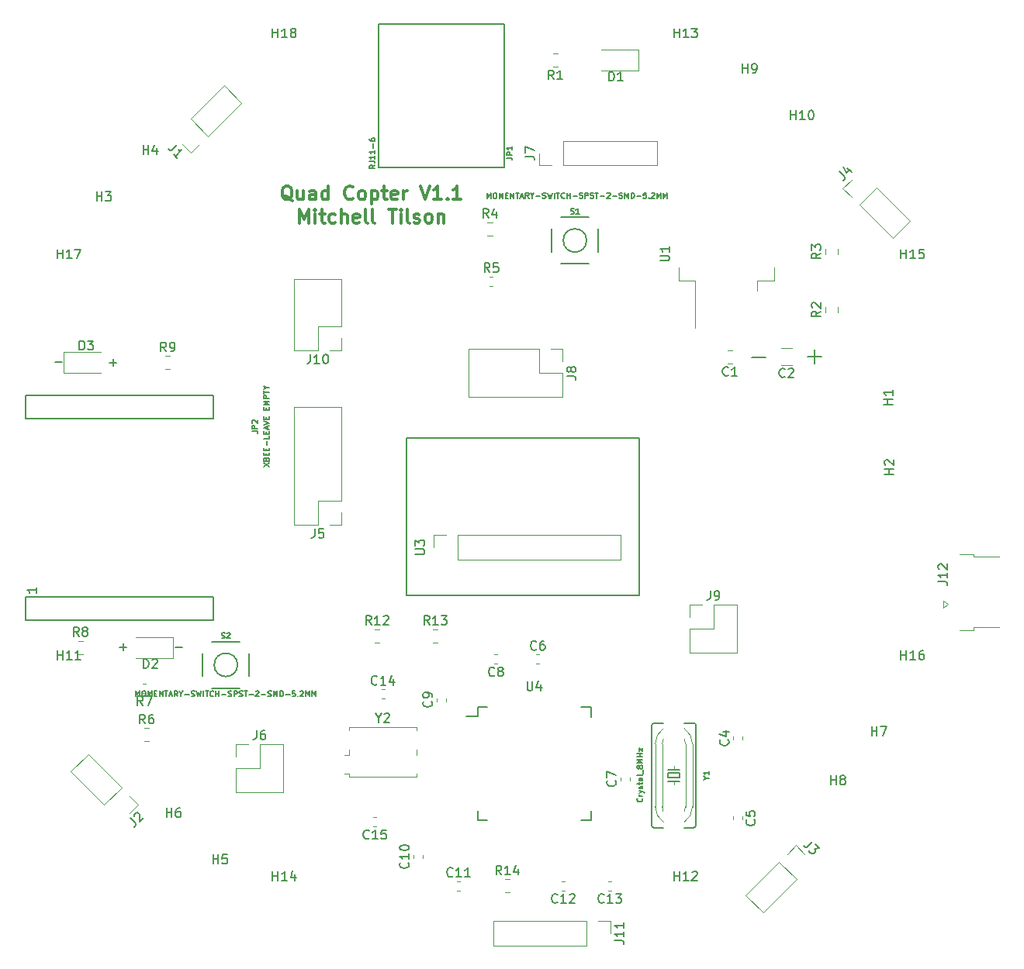
<source format=gto>
G04 #@! TF.GenerationSoftware,KiCad,Pcbnew,5.1.2-f72e74a~84~ubuntu18.04.1*
G04 #@! TF.CreationDate,2019-07-29T20:36:53-07:00*
G04 #@! TF.ProjectId,quad_copter_pcb,71756164-5f63-46f7-9074-65725f706362,rev?*
G04 #@! TF.SameCoordinates,Original*
G04 #@! TF.FileFunction,Legend,Top*
G04 #@! TF.FilePolarity,Positive*
%FSLAX46Y46*%
G04 Gerber Fmt 4.6, Leading zero omitted, Abs format (unit mm)*
G04 Created by KiCad (PCBNEW 5.1.2-f72e74a~84~ubuntu18.04.1) date 2019-07-29 20:36:53*
%MOMM*%
%LPD*%
G04 APERTURE LIST*
%ADD10C,0.150000*%
%ADD11C,0.300000*%
%ADD12C,0.200000*%
%ADD13C,0.120000*%
%ADD14C,0.203200*%
%ADD15C,0.152400*%
%ADD16C,0.050800*%
%ADD17C,0.127000*%
G04 APERTURE END LIST*
D10*
X111429847Y-109977228D02*
X112191752Y-109977228D01*
X105384647Y-109951828D02*
X106146552Y-109951828D01*
X105765600Y-110332780D02*
X105765600Y-109570876D01*
X98323447Y-78836828D02*
X99085352Y-78836828D01*
X104267047Y-78862228D02*
X105028952Y-78862228D01*
X104648000Y-79243180D02*
X104648000Y-78481276D01*
X174345695Y-78324057D02*
X175869504Y-78324057D01*
X180467095Y-78197057D02*
X181990904Y-78197057D01*
X181229000Y-78958961D02*
X181229000Y-77435152D01*
D11*
X124214228Y-61217628D02*
X124071371Y-61146200D01*
X123928514Y-61003342D01*
X123714228Y-60789057D01*
X123571371Y-60717628D01*
X123428514Y-60717628D01*
X123499942Y-61074771D02*
X123357085Y-61003342D01*
X123214228Y-60860485D01*
X123142800Y-60574771D01*
X123142800Y-60074771D01*
X123214228Y-59789057D01*
X123357085Y-59646200D01*
X123499942Y-59574771D01*
X123785657Y-59574771D01*
X123928514Y-59646200D01*
X124071371Y-59789057D01*
X124142800Y-60074771D01*
X124142800Y-60574771D01*
X124071371Y-60860485D01*
X123928514Y-61003342D01*
X123785657Y-61074771D01*
X123499942Y-61074771D01*
X125428514Y-60074771D02*
X125428514Y-61074771D01*
X124785657Y-60074771D02*
X124785657Y-60860485D01*
X124857085Y-61003342D01*
X124999942Y-61074771D01*
X125214228Y-61074771D01*
X125357085Y-61003342D01*
X125428514Y-60931914D01*
X126785657Y-61074771D02*
X126785657Y-60289057D01*
X126714228Y-60146200D01*
X126571371Y-60074771D01*
X126285657Y-60074771D01*
X126142800Y-60146200D01*
X126785657Y-61003342D02*
X126642800Y-61074771D01*
X126285657Y-61074771D01*
X126142800Y-61003342D01*
X126071371Y-60860485D01*
X126071371Y-60717628D01*
X126142800Y-60574771D01*
X126285657Y-60503342D01*
X126642800Y-60503342D01*
X126785657Y-60431914D01*
X128142800Y-61074771D02*
X128142800Y-59574771D01*
X128142800Y-61003342D02*
X127999942Y-61074771D01*
X127714228Y-61074771D01*
X127571371Y-61003342D01*
X127499942Y-60931914D01*
X127428514Y-60789057D01*
X127428514Y-60360485D01*
X127499942Y-60217628D01*
X127571371Y-60146200D01*
X127714228Y-60074771D01*
X127999942Y-60074771D01*
X128142800Y-60146200D01*
X130857085Y-60931914D02*
X130785657Y-61003342D01*
X130571371Y-61074771D01*
X130428514Y-61074771D01*
X130214228Y-61003342D01*
X130071371Y-60860485D01*
X129999942Y-60717628D01*
X129928514Y-60431914D01*
X129928514Y-60217628D01*
X129999942Y-59931914D01*
X130071371Y-59789057D01*
X130214228Y-59646200D01*
X130428514Y-59574771D01*
X130571371Y-59574771D01*
X130785657Y-59646200D01*
X130857085Y-59717628D01*
X131714228Y-61074771D02*
X131571371Y-61003342D01*
X131499942Y-60931914D01*
X131428514Y-60789057D01*
X131428514Y-60360485D01*
X131499942Y-60217628D01*
X131571371Y-60146200D01*
X131714228Y-60074771D01*
X131928514Y-60074771D01*
X132071371Y-60146200D01*
X132142800Y-60217628D01*
X132214228Y-60360485D01*
X132214228Y-60789057D01*
X132142800Y-60931914D01*
X132071371Y-61003342D01*
X131928514Y-61074771D01*
X131714228Y-61074771D01*
X132857085Y-60074771D02*
X132857085Y-61574771D01*
X132857085Y-60146200D02*
X132999942Y-60074771D01*
X133285657Y-60074771D01*
X133428514Y-60146200D01*
X133499942Y-60217628D01*
X133571371Y-60360485D01*
X133571371Y-60789057D01*
X133499942Y-60931914D01*
X133428514Y-61003342D01*
X133285657Y-61074771D01*
X132999942Y-61074771D01*
X132857085Y-61003342D01*
X133999942Y-60074771D02*
X134571371Y-60074771D01*
X134214228Y-59574771D02*
X134214228Y-60860485D01*
X134285657Y-61003342D01*
X134428514Y-61074771D01*
X134571371Y-61074771D01*
X135642800Y-61003342D02*
X135499942Y-61074771D01*
X135214228Y-61074771D01*
X135071371Y-61003342D01*
X134999942Y-60860485D01*
X134999942Y-60289057D01*
X135071371Y-60146200D01*
X135214228Y-60074771D01*
X135499942Y-60074771D01*
X135642800Y-60146200D01*
X135714228Y-60289057D01*
X135714228Y-60431914D01*
X134999942Y-60574771D01*
X136357085Y-61074771D02*
X136357085Y-60074771D01*
X136357085Y-60360485D02*
X136428514Y-60217628D01*
X136499942Y-60146200D01*
X136642800Y-60074771D01*
X136785657Y-60074771D01*
X138214228Y-59574771D02*
X138714228Y-61074771D01*
X139214228Y-59574771D01*
X140499942Y-61074771D02*
X139642800Y-61074771D01*
X140071371Y-61074771D02*
X140071371Y-59574771D01*
X139928514Y-59789057D01*
X139785657Y-59931914D01*
X139642800Y-60003342D01*
X141142800Y-60931914D02*
X141214228Y-61003342D01*
X141142800Y-61074771D01*
X141071371Y-61003342D01*
X141142800Y-60931914D01*
X141142800Y-61074771D01*
X142642800Y-61074771D02*
X141785657Y-61074771D01*
X142214228Y-61074771D02*
X142214228Y-59574771D01*
X142071371Y-59789057D01*
X141928514Y-59931914D01*
X141785657Y-60003342D01*
X124999942Y-63624771D02*
X124999942Y-62124771D01*
X125499942Y-63196200D01*
X125999942Y-62124771D01*
X125999942Y-63624771D01*
X126714228Y-63624771D02*
X126714228Y-62624771D01*
X126714228Y-62124771D02*
X126642800Y-62196200D01*
X126714228Y-62267628D01*
X126785657Y-62196200D01*
X126714228Y-62124771D01*
X126714228Y-62267628D01*
X127214228Y-62624771D02*
X127785657Y-62624771D01*
X127428514Y-62124771D02*
X127428514Y-63410485D01*
X127499942Y-63553342D01*
X127642800Y-63624771D01*
X127785657Y-63624771D01*
X128928514Y-63553342D02*
X128785657Y-63624771D01*
X128499942Y-63624771D01*
X128357085Y-63553342D01*
X128285657Y-63481914D01*
X128214228Y-63339057D01*
X128214228Y-62910485D01*
X128285657Y-62767628D01*
X128357085Y-62696200D01*
X128499942Y-62624771D01*
X128785657Y-62624771D01*
X128928514Y-62696200D01*
X129571371Y-63624771D02*
X129571371Y-62124771D01*
X130214228Y-63624771D02*
X130214228Y-62839057D01*
X130142800Y-62696200D01*
X129999942Y-62624771D01*
X129785657Y-62624771D01*
X129642800Y-62696200D01*
X129571371Y-62767628D01*
X131499942Y-63553342D02*
X131357085Y-63624771D01*
X131071371Y-63624771D01*
X130928514Y-63553342D01*
X130857085Y-63410485D01*
X130857085Y-62839057D01*
X130928514Y-62696200D01*
X131071371Y-62624771D01*
X131357085Y-62624771D01*
X131499942Y-62696200D01*
X131571371Y-62839057D01*
X131571371Y-62981914D01*
X130857085Y-63124771D01*
X132428514Y-63624771D02*
X132285657Y-63553342D01*
X132214228Y-63410485D01*
X132214228Y-62124771D01*
X133214228Y-63624771D02*
X133071371Y-63553342D01*
X132999942Y-63410485D01*
X132999942Y-62124771D01*
X134714228Y-62124771D02*
X135571371Y-62124771D01*
X135142800Y-63624771D02*
X135142800Y-62124771D01*
X136071371Y-63624771D02*
X136071371Y-62624771D01*
X136071371Y-62124771D02*
X135999942Y-62196200D01*
X136071371Y-62267628D01*
X136142800Y-62196200D01*
X136071371Y-62124771D01*
X136071371Y-62267628D01*
X136999942Y-63624771D02*
X136857085Y-63553342D01*
X136785657Y-63410485D01*
X136785657Y-62124771D01*
X137499942Y-63553342D02*
X137642800Y-63624771D01*
X137928514Y-63624771D01*
X138071371Y-63553342D01*
X138142800Y-63410485D01*
X138142800Y-63339057D01*
X138071371Y-63196200D01*
X137928514Y-63124771D01*
X137714228Y-63124771D01*
X137571371Y-63053342D01*
X137499942Y-62910485D01*
X137499942Y-62839057D01*
X137571371Y-62696200D01*
X137714228Y-62624771D01*
X137928514Y-62624771D01*
X138071371Y-62696200D01*
X138999942Y-63624771D02*
X138857085Y-63553342D01*
X138785657Y-63481914D01*
X138714228Y-63339057D01*
X138714228Y-62910485D01*
X138785657Y-62767628D01*
X138857085Y-62696200D01*
X138999942Y-62624771D01*
X139214228Y-62624771D01*
X139357085Y-62696200D01*
X139428514Y-62767628D01*
X139499942Y-62910485D01*
X139499942Y-63339057D01*
X139428514Y-63481914D01*
X139357085Y-63553342D01*
X139214228Y-63624771D01*
X138999942Y-63624771D01*
X140142800Y-62624771D02*
X140142800Y-63624771D01*
X140142800Y-62767628D02*
X140214228Y-62696200D01*
X140357085Y-62624771D01*
X140571371Y-62624771D01*
X140714228Y-62696200D01*
X140785657Y-62839057D01*
X140785657Y-63624771D01*
D12*
X162052000Y-104267000D02*
X136652000Y-104267000D01*
X162052000Y-87122000D02*
X162052000Y-104267000D01*
X136652000Y-87122000D02*
X162052000Y-87122000D01*
X136652000Y-104267000D02*
X136652000Y-87122000D01*
D10*
X144447000Y-116507000D02*
X144447000Y-117482000D01*
X156797000Y-116507000D02*
X156797000Y-117557000D01*
X156797000Y-128857000D02*
X156797000Y-127807000D01*
X144447000Y-128857000D02*
X144447000Y-127807000D01*
X144447000Y-116507000D02*
X145497000Y-116507000D01*
X144447000Y-128857000D02*
X145497000Y-128857000D01*
X156797000Y-128857000D02*
X155747000Y-128857000D01*
X156797000Y-116507000D02*
X155747000Y-116507000D01*
X144447000Y-117482000D02*
X143172000Y-117482000D01*
D13*
X172228252Y-78942000D02*
X171705748Y-78942000D01*
X172228252Y-77522000D02*
X171705748Y-77522000D01*
X178746564Y-79142000D02*
X177542436Y-79142000D01*
X178746564Y-77322000D02*
X177542436Y-77322000D01*
X172337000Y-120073267D02*
X172337000Y-119730733D01*
X173357000Y-120073267D02*
X173357000Y-119730733D01*
X172337000Y-128465733D02*
X172337000Y-128808267D01*
X173357000Y-128465733D02*
X173357000Y-128808267D01*
X150845733Y-110742000D02*
X151188267Y-110742000D01*
X150845733Y-111762000D02*
X151188267Y-111762000D01*
X160018000Y-124518267D02*
X160018000Y-124175733D01*
X161038000Y-124518267D02*
X161038000Y-124175733D01*
X146616267Y-110742000D02*
X146273733Y-110742000D01*
X146616267Y-111762000D02*
X146273733Y-111762000D01*
X140972000Y-115868267D02*
X140972000Y-115525733D01*
X139952000Y-115868267D02*
X139952000Y-115525733D01*
X137412000Y-133013267D02*
X137412000Y-132670733D01*
X138432000Y-133013267D02*
X138432000Y-132670733D01*
X142195733Y-136527000D02*
X142538267Y-136527000D01*
X142195733Y-135507000D02*
X142538267Y-135507000D01*
X153968267Y-135507000D02*
X153625733Y-135507000D01*
X153968267Y-136527000D02*
X153625733Y-136527000D01*
X159048267Y-136527000D02*
X158705733Y-136527000D01*
X159048267Y-135507000D02*
X158705733Y-135507000D01*
X133940733Y-114552000D02*
X134283267Y-114552000D01*
X133940733Y-115572000D02*
X134283267Y-115572000D01*
X133408267Y-128522000D02*
X133065733Y-128522000D01*
X133408267Y-129542000D02*
X133065733Y-129542000D01*
X157912000Y-46982000D02*
X161972000Y-46982000D01*
X161972000Y-46982000D02*
X161972000Y-44712000D01*
X161972000Y-44712000D02*
X157912000Y-44712000D01*
X111172000Y-108847000D02*
X107112000Y-108847000D01*
X111172000Y-111117000D02*
X111172000Y-108847000D01*
X107112000Y-111117000D02*
X111172000Y-111117000D01*
X103327000Y-77732000D02*
X99267000Y-77732000D01*
X99267000Y-77732000D02*
X99267000Y-80002000D01*
X99267000Y-80002000D02*
X103327000Y-80002000D01*
X118630006Y-50509898D02*
X116749102Y-48628994D01*
X114995478Y-54144426D02*
X118630006Y-50509898D01*
X113114574Y-52263522D02*
X116749102Y-48628994D01*
X114995478Y-54144426D02*
X113114574Y-52263522D01*
X114097452Y-55042452D02*
X113157000Y-55982904D01*
X113157000Y-55982904D02*
X112216548Y-55042452D01*
X107417904Y-127127000D02*
X106477452Y-128067452D01*
X106477452Y-126186548D02*
X107417904Y-127127000D01*
X105579426Y-125288522D02*
X103698522Y-127169426D01*
X103698522Y-127169426D02*
X100063994Y-123534898D01*
X105579426Y-125288522D02*
X101944898Y-121653994D01*
X101944898Y-121653994D02*
X100063994Y-123534898D01*
X179197000Y-131596096D02*
X180137452Y-132536548D01*
X178256548Y-132536548D02*
X179197000Y-131596096D01*
X177358522Y-133434574D02*
X179239426Y-135315478D01*
X179239426Y-135315478D02*
X175604898Y-138950006D01*
X177358522Y-133434574D02*
X173723994Y-137069102D01*
X173723994Y-137069102D02*
X175604898Y-138950006D01*
X189774102Y-65290006D02*
X191655006Y-63409102D01*
X186139574Y-61655478D02*
X189774102Y-65290006D01*
X188020478Y-59774574D02*
X191655006Y-63409102D01*
X186139574Y-61655478D02*
X188020478Y-59774574D01*
X185241548Y-60757452D02*
X184301096Y-59817000D01*
X184301096Y-59817000D02*
X185241548Y-58876548D01*
X129600000Y-83760000D02*
X124400000Y-83760000D01*
X129600000Y-93980000D02*
X129600000Y-83760000D01*
X124400000Y-96580000D02*
X124400000Y-83760000D01*
X129600000Y-93980000D02*
X127000000Y-93980000D01*
X127000000Y-93980000D02*
X127000000Y-96580000D01*
X127000000Y-96580000D02*
X124400000Y-96580000D01*
X129600000Y-95250000D02*
X129600000Y-96580000D01*
X129600000Y-96580000D02*
X128270000Y-96580000D01*
X118050000Y-120590000D02*
X119380000Y-120590000D01*
X118050000Y-121920000D02*
X118050000Y-120590000D01*
X120650000Y-120590000D02*
X123250000Y-120590000D01*
X120650000Y-123190000D02*
X120650000Y-120590000D01*
X118050000Y-123190000D02*
X120650000Y-123190000D01*
X123250000Y-120590000D02*
X123250000Y-125790000D01*
X118050000Y-123190000D02*
X118050000Y-125790000D01*
X118050000Y-125790000D02*
X123250000Y-125790000D01*
X151197000Y-57337000D02*
X151197000Y-56007000D01*
X152527000Y-57337000D02*
X151197000Y-57337000D01*
X153797000Y-57337000D02*
X153797000Y-54677000D01*
X153797000Y-54677000D02*
X164017000Y-54677000D01*
X153797000Y-57337000D02*
X164017000Y-57337000D01*
X164017000Y-57337000D02*
X164017000Y-54677000D01*
X143450000Y-77410000D02*
X143450000Y-82610000D01*
X151130000Y-77410000D02*
X143450000Y-77410000D01*
X153730000Y-82610000D02*
X143450000Y-82610000D01*
X151130000Y-77410000D02*
X151130000Y-80010000D01*
X151130000Y-80010000D02*
X153730000Y-80010000D01*
X153730000Y-80010000D02*
X153730000Y-82610000D01*
X152400000Y-77410000D02*
X153730000Y-77410000D01*
X153730000Y-77410000D02*
X153730000Y-78740000D01*
X167580000Y-110550000D02*
X172780000Y-110550000D01*
X167580000Y-107950000D02*
X167580000Y-110550000D01*
X172780000Y-105350000D02*
X172780000Y-110550000D01*
X167580000Y-107950000D02*
X170180000Y-107950000D01*
X170180000Y-107950000D02*
X170180000Y-105350000D01*
X170180000Y-105350000D02*
X172780000Y-105350000D01*
X167580000Y-106680000D02*
X167580000Y-105350000D01*
X167580000Y-105350000D02*
X168910000Y-105350000D01*
X129600000Y-69790000D02*
X124400000Y-69790000D01*
X129600000Y-74930000D02*
X129600000Y-69790000D01*
X124400000Y-77530000D02*
X124400000Y-69790000D01*
X129600000Y-74930000D02*
X127000000Y-74930000D01*
X127000000Y-74930000D02*
X127000000Y-77530000D01*
X127000000Y-77530000D02*
X124400000Y-77530000D01*
X129600000Y-76200000D02*
X129600000Y-77530000D01*
X129600000Y-77530000D02*
X128270000Y-77530000D01*
X146142400Y-139868600D02*
X146142400Y-142528600D01*
X156362400Y-139868600D02*
X146142400Y-139868600D01*
X156362400Y-142528600D02*
X146142400Y-142528600D01*
X156362400Y-139868600D02*
X156362400Y-142528600D01*
X157632400Y-139868600D02*
X158962400Y-139868600D01*
X158962400Y-139868600D02*
X158962400Y-141198600D01*
X198563000Y-108107000D02*
X197013000Y-108107000D01*
X198563000Y-108107000D02*
X198563000Y-107807000D01*
X201363000Y-107807000D02*
X198563000Y-107807000D01*
X198563000Y-99807000D02*
X197013000Y-99807000D01*
X198563000Y-100107000D02*
X198563000Y-99807000D01*
X201363000Y-100107000D02*
X198563000Y-100107000D01*
X195313000Y-104857000D02*
X195763000Y-105257000D01*
X195313000Y-105657000D02*
X195313000Y-104857000D01*
X195763000Y-105257000D02*
X195313000Y-105657000D01*
D14*
X133604000Y-41910000D02*
X133604000Y-57531000D01*
X133604000Y-57531000D02*
X147320000Y-57531000D01*
X147320000Y-57531000D02*
X147320000Y-41910000D01*
X133604000Y-41910000D02*
X147320000Y-41910000D01*
X95082360Y-84993480D02*
X95082360Y-82494120D01*
X95082360Y-82494120D02*
X115582700Y-82494120D01*
X115582700Y-82494120D02*
X115582700Y-84993480D01*
X95082360Y-84993480D02*
X115582700Y-84993480D01*
X95082360Y-104490520D02*
X95082360Y-106989880D01*
X95082360Y-106989880D02*
X115582700Y-106989880D01*
X115582700Y-106989880D02*
X115582700Y-104490520D01*
X95082360Y-104490520D02*
X115582700Y-104490520D01*
D13*
X153178252Y-46557000D02*
X152655748Y-46557000D01*
X153178252Y-45137000D02*
X152655748Y-45137000D01*
X182374496Y-73365827D02*
X182374496Y-72843323D01*
X183794496Y-73365827D02*
X183794496Y-72843323D01*
X183794496Y-67015827D02*
X183794496Y-66493323D01*
X182374496Y-67015827D02*
X182374496Y-66493323D01*
X145525748Y-64972000D02*
X146048252Y-64972000D01*
X145525748Y-63552000D02*
X146048252Y-63552000D01*
X145765733Y-70487000D02*
X146108267Y-70487000D01*
X145765733Y-69467000D02*
X146108267Y-69467000D01*
X108060748Y-120217000D02*
X108583252Y-120217000D01*
X108060748Y-118797000D02*
X108583252Y-118797000D01*
X108248267Y-114937000D02*
X107905733Y-114937000D01*
X108248267Y-113917000D02*
X107905733Y-113917000D01*
X100830748Y-109272000D02*
X101353252Y-109272000D01*
X100830748Y-110692000D02*
X101353252Y-110692000D01*
X110355748Y-78157000D02*
X110878252Y-78157000D01*
X110355748Y-79577000D02*
X110878252Y-79577000D01*
X133215748Y-109422000D02*
X133738252Y-109422000D01*
X133215748Y-108002000D02*
X133738252Y-108002000D01*
X139565748Y-108002000D02*
X140088252Y-108002000D01*
X139565748Y-109422000D02*
X140088252Y-109422000D01*
X147430748Y-136727000D02*
X147953252Y-136727000D01*
X147430748Y-135307000D02*
X147953252Y-135307000D01*
D14*
X152527000Y-66771520D02*
X152527000Y-64262000D01*
X153527760Y-62992000D02*
X156606240Y-62992000D01*
X157607000Y-64292480D02*
X157607000Y-66771520D01*
X156606240Y-68072000D02*
X153527760Y-68072000D01*
X156337000Y-65532000D02*
G75*
G03X156337000Y-65532000I-1270000J0D01*
G01*
X118237000Y-111887000D02*
G75*
G03X118237000Y-111887000I-1270000J0D01*
G01*
X118506240Y-114427000D02*
X115427760Y-114427000D01*
X119507000Y-110647480D02*
X119507000Y-113126520D01*
X115427760Y-109347000D02*
X118506240Y-109347000D01*
X114427000Y-113126520D02*
X114427000Y-110617000D01*
D13*
X166377000Y-68452000D02*
X166377000Y-69952000D01*
X166377000Y-69952000D02*
X168187000Y-69952000D01*
X168187000Y-69952000D02*
X168187000Y-75077000D01*
X176777000Y-68452000D02*
X176777000Y-69952000D01*
X176777000Y-69952000D02*
X174967000Y-69952000D01*
X174967000Y-69952000D02*
X174967000Y-71052000D01*
X142240000Y-100390000D02*
X142240000Y-97730000D01*
X142240000Y-100390000D02*
X160080000Y-100390000D01*
X160080000Y-100390000D02*
X160080000Y-97730000D01*
X142240000Y-97730000D02*
X160080000Y-97730000D01*
X139640000Y-97730000D02*
X140970000Y-97730000D01*
X139640000Y-99060000D02*
X139640000Y-97730000D01*
D15*
X167005000Y-118237000D02*
X168021000Y-118237000D01*
X167005000Y-129667000D02*
X168021000Y-129667000D01*
D16*
X164592000Y-127381000D02*
X164592000Y-120523000D01*
X163830000Y-127381000D02*
X163830000Y-120523000D01*
X167132000Y-120523000D02*
X167132000Y-127381000D01*
D15*
X163449000Y-129413000D02*
X163449000Y-118491000D01*
X163703000Y-129667000D02*
X164719000Y-129667000D01*
X163703000Y-118237000D02*
X164719000Y-118237000D01*
D16*
X167894000Y-120523000D02*
X167894000Y-127381000D01*
D15*
X168275000Y-129413000D02*
X168275000Y-118491000D01*
X166497000Y-123698000D02*
X165227000Y-123698000D01*
X165227000Y-123698000D02*
X165227000Y-124206000D01*
X165227000Y-124206000D02*
X166497000Y-124206000D01*
X166497000Y-124206000D02*
X166497000Y-123698000D01*
X166497000Y-123317000D02*
X165862000Y-123317000D01*
X165862000Y-123317000D02*
X165227000Y-123317000D01*
D16*
X165862000Y-123317000D02*
X165862000Y-122936000D01*
D15*
X166497000Y-124587000D02*
X165862000Y-124587000D01*
X165862000Y-124587000D02*
X165227000Y-124587000D01*
D16*
X165862000Y-124587000D02*
X165862000Y-124968000D01*
X167895178Y-120522213D02*
G75*
G03X167005000Y-118844060I-2033178J-3327D01*
G01*
X167007085Y-129059632D02*
G75*
G03X167894000Y-127381000I-1145085J1678632D01*
G01*
D15*
X163449000Y-129413000D02*
G75*
G03X163703000Y-129667000I254000J0D01*
G01*
D16*
X164593045Y-127379769D02*
G75*
G03X164719000Y-127932180I1268955J-1231D01*
G01*
X167005405Y-127933743D02*
G75*
G03X167132000Y-127381000I-1143405J552743D01*
G01*
X163830253Y-127383886D02*
G75*
G03X164721540Y-129059940I2031747J5426D01*
G01*
X164716915Y-118844368D02*
G75*
G03X163830000Y-120523000I1145085J-1678632D01*
G01*
X164718595Y-119970257D02*
G75*
G03X164592000Y-120523000I1143405J-552743D01*
G01*
X167130955Y-120524231D02*
G75*
G03X167005000Y-119971820I-1268955J1231D01*
G01*
D15*
X163703000Y-118237000D02*
G75*
G03X163449000Y-118491000I0J-254000D01*
G01*
X168021000Y-129667000D02*
G75*
G03X168275000Y-129413000I0J254000D01*
G01*
X168275000Y-118491000D02*
G75*
G03X168021000Y-118237000I-254000J0D01*
G01*
D13*
X130412000Y-119012000D02*
X130412000Y-118712000D01*
X130412000Y-118712000D02*
X137812000Y-118712000D01*
X137812000Y-118712000D02*
X137812000Y-119012000D01*
X129912000Y-123812000D02*
X130412000Y-123812000D01*
X130412000Y-123812000D02*
X130412000Y-124112000D01*
X130412000Y-124112000D02*
X137812000Y-124112000D01*
X137812000Y-124112000D02*
X137812000Y-123812000D01*
X129912000Y-121712000D02*
X130412000Y-121712000D01*
X130412000Y-121712000D02*
X130412000Y-121112000D01*
X137812000Y-121112000D02*
X137812000Y-121712000D01*
D10*
X149860095Y-113684380D02*
X149860095Y-114493904D01*
X149907714Y-114589142D01*
X149955333Y-114636761D01*
X150050571Y-114684380D01*
X150241047Y-114684380D01*
X150336285Y-114636761D01*
X150383904Y-114589142D01*
X150431523Y-114493904D01*
X150431523Y-113684380D01*
X151336285Y-114017714D02*
X151336285Y-114684380D01*
X151098190Y-113636761D02*
X150860095Y-114351047D01*
X151479142Y-114351047D01*
X190658904Y-67499380D02*
X190658904Y-66499380D01*
X190658904Y-66975571D02*
X191230333Y-66975571D01*
X191230333Y-67499380D02*
X191230333Y-66499380D01*
X192230333Y-67499380D02*
X191658904Y-67499380D01*
X191944619Y-67499380D02*
X191944619Y-66499380D01*
X191849380Y-66642238D01*
X191754142Y-66737476D01*
X191658904Y-66785095D01*
X193135095Y-66499380D02*
X192658904Y-66499380D01*
X192611285Y-66975571D01*
X192658904Y-66927952D01*
X192754142Y-66880333D01*
X192992238Y-66880333D01*
X193087476Y-66927952D01*
X193135095Y-66975571D01*
X193182714Y-67070809D01*
X193182714Y-67308904D01*
X193135095Y-67404142D01*
X193087476Y-67451761D01*
X192992238Y-67499380D01*
X192754142Y-67499380D01*
X192658904Y-67451761D01*
X192611285Y-67404142D01*
X190658904Y-111314380D02*
X190658904Y-110314380D01*
X190658904Y-110790571D02*
X191230333Y-110790571D01*
X191230333Y-111314380D02*
X191230333Y-110314380D01*
X192230333Y-111314380D02*
X191658904Y-111314380D01*
X191944619Y-111314380D02*
X191944619Y-110314380D01*
X191849380Y-110457238D01*
X191754142Y-110552476D01*
X191658904Y-110600095D01*
X193087476Y-110314380D02*
X192897000Y-110314380D01*
X192801761Y-110362000D01*
X192754142Y-110409619D01*
X192658904Y-110552476D01*
X192611285Y-110742952D01*
X192611285Y-111123904D01*
X192658904Y-111219142D01*
X192706523Y-111266761D01*
X192801761Y-111314380D01*
X192992238Y-111314380D01*
X193087476Y-111266761D01*
X193135095Y-111219142D01*
X193182714Y-111123904D01*
X193182714Y-110885809D01*
X193135095Y-110790571D01*
X193087476Y-110742952D01*
X192992238Y-110695333D01*
X192801761Y-110695333D01*
X192706523Y-110742952D01*
X192658904Y-110790571D01*
X192611285Y-110885809D01*
X98583904Y-111314380D02*
X98583904Y-110314380D01*
X98583904Y-110790571D02*
X99155333Y-110790571D01*
X99155333Y-111314380D02*
X99155333Y-110314380D01*
X100155333Y-111314380D02*
X99583904Y-111314380D01*
X99869619Y-111314380D02*
X99869619Y-110314380D01*
X99774380Y-110457238D01*
X99679142Y-110552476D01*
X99583904Y-110600095D01*
X101107714Y-111314380D02*
X100536285Y-111314380D01*
X100822000Y-111314380D02*
X100822000Y-110314380D01*
X100726761Y-110457238D01*
X100631523Y-110552476D01*
X100536285Y-110600095D01*
X98583904Y-67499380D02*
X98583904Y-66499380D01*
X98583904Y-66975571D02*
X99155333Y-66975571D01*
X99155333Y-67499380D02*
X99155333Y-66499380D01*
X100155333Y-67499380D02*
X99583904Y-67499380D01*
X99869619Y-67499380D02*
X99869619Y-66499380D01*
X99774380Y-66642238D01*
X99679142Y-66737476D01*
X99583904Y-66785095D01*
X100488666Y-66499380D02*
X101155333Y-66499380D01*
X100726761Y-67499380D01*
X171800333Y-80239142D02*
X171752714Y-80286761D01*
X171609857Y-80334380D01*
X171514619Y-80334380D01*
X171371761Y-80286761D01*
X171276523Y-80191523D01*
X171228904Y-80096285D01*
X171181285Y-79905809D01*
X171181285Y-79762952D01*
X171228904Y-79572476D01*
X171276523Y-79477238D01*
X171371761Y-79382000D01*
X171514619Y-79334380D01*
X171609857Y-79334380D01*
X171752714Y-79382000D01*
X171800333Y-79429619D01*
X172752714Y-80334380D02*
X172181285Y-80334380D01*
X172467000Y-80334380D02*
X172467000Y-79334380D01*
X172371761Y-79477238D01*
X172276523Y-79572476D01*
X172181285Y-79620095D01*
X177977833Y-80409142D02*
X177930214Y-80456761D01*
X177787357Y-80504380D01*
X177692119Y-80504380D01*
X177549261Y-80456761D01*
X177454023Y-80361523D01*
X177406404Y-80266285D01*
X177358785Y-80075809D01*
X177358785Y-79932952D01*
X177406404Y-79742476D01*
X177454023Y-79647238D01*
X177549261Y-79552000D01*
X177692119Y-79504380D01*
X177787357Y-79504380D01*
X177930214Y-79552000D01*
X177977833Y-79599619D01*
X178358785Y-79599619D02*
X178406404Y-79552000D01*
X178501642Y-79504380D01*
X178739738Y-79504380D01*
X178834976Y-79552000D01*
X178882595Y-79599619D01*
X178930214Y-79694857D01*
X178930214Y-79790095D01*
X178882595Y-79932952D01*
X178311166Y-80504380D01*
X178930214Y-80504380D01*
X171774142Y-120068666D02*
X171821761Y-120116285D01*
X171869380Y-120259142D01*
X171869380Y-120354380D01*
X171821761Y-120497238D01*
X171726523Y-120592476D01*
X171631285Y-120640095D01*
X171440809Y-120687714D01*
X171297952Y-120687714D01*
X171107476Y-120640095D01*
X171012238Y-120592476D01*
X170917000Y-120497238D01*
X170869380Y-120354380D01*
X170869380Y-120259142D01*
X170917000Y-120116285D01*
X170964619Y-120068666D01*
X171202714Y-119211523D02*
X171869380Y-119211523D01*
X170821761Y-119449619D02*
X171536047Y-119687714D01*
X171536047Y-119068666D01*
X174634142Y-128803666D02*
X174681761Y-128851285D01*
X174729380Y-128994142D01*
X174729380Y-129089380D01*
X174681761Y-129232238D01*
X174586523Y-129327476D01*
X174491285Y-129375095D01*
X174300809Y-129422714D01*
X174157952Y-129422714D01*
X173967476Y-129375095D01*
X173872238Y-129327476D01*
X173777000Y-129232238D01*
X173729380Y-129089380D01*
X173729380Y-128994142D01*
X173777000Y-128851285D01*
X173824619Y-128803666D01*
X173729380Y-127898904D02*
X173729380Y-128375095D01*
X174205571Y-128422714D01*
X174157952Y-128375095D01*
X174110333Y-128279857D01*
X174110333Y-128041761D01*
X174157952Y-127946523D01*
X174205571Y-127898904D01*
X174300809Y-127851285D01*
X174538904Y-127851285D01*
X174634142Y-127898904D01*
X174681761Y-127946523D01*
X174729380Y-128041761D01*
X174729380Y-128279857D01*
X174681761Y-128375095D01*
X174634142Y-128422714D01*
X150850333Y-110179142D02*
X150802714Y-110226761D01*
X150659857Y-110274380D01*
X150564619Y-110274380D01*
X150421761Y-110226761D01*
X150326523Y-110131523D01*
X150278904Y-110036285D01*
X150231285Y-109845809D01*
X150231285Y-109702952D01*
X150278904Y-109512476D01*
X150326523Y-109417238D01*
X150421761Y-109322000D01*
X150564619Y-109274380D01*
X150659857Y-109274380D01*
X150802714Y-109322000D01*
X150850333Y-109369619D01*
X151707476Y-109274380D02*
X151517000Y-109274380D01*
X151421761Y-109322000D01*
X151374142Y-109369619D01*
X151278904Y-109512476D01*
X151231285Y-109702952D01*
X151231285Y-110083904D01*
X151278904Y-110179142D01*
X151326523Y-110226761D01*
X151421761Y-110274380D01*
X151612238Y-110274380D01*
X151707476Y-110226761D01*
X151755095Y-110179142D01*
X151802714Y-110083904D01*
X151802714Y-109845809D01*
X151755095Y-109750571D01*
X151707476Y-109702952D01*
X151612238Y-109655333D01*
X151421761Y-109655333D01*
X151326523Y-109702952D01*
X151278904Y-109750571D01*
X151231285Y-109845809D01*
X159455142Y-124513666D02*
X159502761Y-124561285D01*
X159550380Y-124704142D01*
X159550380Y-124799380D01*
X159502761Y-124942238D01*
X159407523Y-125037476D01*
X159312285Y-125085095D01*
X159121809Y-125132714D01*
X158978952Y-125132714D01*
X158788476Y-125085095D01*
X158693238Y-125037476D01*
X158598000Y-124942238D01*
X158550380Y-124799380D01*
X158550380Y-124704142D01*
X158598000Y-124561285D01*
X158645619Y-124513666D01*
X158550380Y-124180333D02*
X158550380Y-123513666D01*
X159550380Y-123942238D01*
X146278333Y-113039142D02*
X146230714Y-113086761D01*
X146087857Y-113134380D01*
X145992619Y-113134380D01*
X145849761Y-113086761D01*
X145754523Y-112991523D01*
X145706904Y-112896285D01*
X145659285Y-112705809D01*
X145659285Y-112562952D01*
X145706904Y-112372476D01*
X145754523Y-112277238D01*
X145849761Y-112182000D01*
X145992619Y-112134380D01*
X146087857Y-112134380D01*
X146230714Y-112182000D01*
X146278333Y-112229619D01*
X146849761Y-112562952D02*
X146754523Y-112515333D01*
X146706904Y-112467714D01*
X146659285Y-112372476D01*
X146659285Y-112324857D01*
X146706904Y-112229619D01*
X146754523Y-112182000D01*
X146849761Y-112134380D01*
X147040238Y-112134380D01*
X147135476Y-112182000D01*
X147183095Y-112229619D01*
X147230714Y-112324857D01*
X147230714Y-112372476D01*
X147183095Y-112467714D01*
X147135476Y-112515333D01*
X147040238Y-112562952D01*
X146849761Y-112562952D01*
X146754523Y-112610571D01*
X146706904Y-112658190D01*
X146659285Y-112753428D01*
X146659285Y-112943904D01*
X146706904Y-113039142D01*
X146754523Y-113086761D01*
X146849761Y-113134380D01*
X147040238Y-113134380D01*
X147135476Y-113086761D01*
X147183095Y-113039142D01*
X147230714Y-112943904D01*
X147230714Y-112753428D01*
X147183095Y-112658190D01*
X147135476Y-112610571D01*
X147040238Y-112562952D01*
X139389142Y-115863666D02*
X139436761Y-115911285D01*
X139484380Y-116054142D01*
X139484380Y-116149380D01*
X139436761Y-116292238D01*
X139341523Y-116387476D01*
X139246285Y-116435095D01*
X139055809Y-116482714D01*
X138912952Y-116482714D01*
X138722476Y-116435095D01*
X138627238Y-116387476D01*
X138532000Y-116292238D01*
X138484380Y-116149380D01*
X138484380Y-116054142D01*
X138532000Y-115911285D01*
X138579619Y-115863666D01*
X139484380Y-115387476D02*
X139484380Y-115197000D01*
X139436761Y-115101761D01*
X139389142Y-115054142D01*
X139246285Y-114958904D01*
X139055809Y-114911285D01*
X138674857Y-114911285D01*
X138579619Y-114958904D01*
X138532000Y-115006523D01*
X138484380Y-115101761D01*
X138484380Y-115292238D01*
X138532000Y-115387476D01*
X138579619Y-115435095D01*
X138674857Y-115482714D01*
X138912952Y-115482714D01*
X139008190Y-115435095D01*
X139055809Y-115387476D01*
X139103428Y-115292238D01*
X139103428Y-115101761D01*
X139055809Y-115006523D01*
X139008190Y-114958904D01*
X138912952Y-114911285D01*
X136849142Y-133484857D02*
X136896761Y-133532476D01*
X136944380Y-133675333D01*
X136944380Y-133770571D01*
X136896761Y-133913428D01*
X136801523Y-134008666D01*
X136706285Y-134056285D01*
X136515809Y-134103904D01*
X136372952Y-134103904D01*
X136182476Y-134056285D01*
X136087238Y-134008666D01*
X135992000Y-133913428D01*
X135944380Y-133770571D01*
X135944380Y-133675333D01*
X135992000Y-133532476D01*
X136039619Y-133484857D01*
X136944380Y-132532476D02*
X136944380Y-133103904D01*
X136944380Y-132818190D02*
X135944380Y-132818190D01*
X136087238Y-132913428D01*
X136182476Y-133008666D01*
X136230095Y-133103904D01*
X135944380Y-131913428D02*
X135944380Y-131818190D01*
X135992000Y-131722952D01*
X136039619Y-131675333D01*
X136134857Y-131627714D01*
X136325333Y-131580095D01*
X136563428Y-131580095D01*
X136753904Y-131627714D01*
X136849142Y-131675333D01*
X136896761Y-131722952D01*
X136944380Y-131818190D01*
X136944380Y-131913428D01*
X136896761Y-132008666D01*
X136849142Y-132056285D01*
X136753904Y-132103904D01*
X136563428Y-132151523D01*
X136325333Y-132151523D01*
X136134857Y-132103904D01*
X136039619Y-132056285D01*
X135992000Y-132008666D01*
X135944380Y-131913428D01*
X141724142Y-134944142D02*
X141676523Y-134991761D01*
X141533666Y-135039380D01*
X141438428Y-135039380D01*
X141295571Y-134991761D01*
X141200333Y-134896523D01*
X141152714Y-134801285D01*
X141105095Y-134610809D01*
X141105095Y-134467952D01*
X141152714Y-134277476D01*
X141200333Y-134182238D01*
X141295571Y-134087000D01*
X141438428Y-134039380D01*
X141533666Y-134039380D01*
X141676523Y-134087000D01*
X141724142Y-134134619D01*
X142676523Y-135039380D02*
X142105095Y-135039380D01*
X142390809Y-135039380D02*
X142390809Y-134039380D01*
X142295571Y-134182238D01*
X142200333Y-134277476D01*
X142105095Y-134325095D01*
X143628904Y-135039380D02*
X143057476Y-135039380D01*
X143343190Y-135039380D02*
X143343190Y-134039380D01*
X143247952Y-134182238D01*
X143152714Y-134277476D01*
X143057476Y-134325095D01*
X153154142Y-137804142D02*
X153106523Y-137851761D01*
X152963666Y-137899380D01*
X152868428Y-137899380D01*
X152725571Y-137851761D01*
X152630333Y-137756523D01*
X152582714Y-137661285D01*
X152535095Y-137470809D01*
X152535095Y-137327952D01*
X152582714Y-137137476D01*
X152630333Y-137042238D01*
X152725571Y-136947000D01*
X152868428Y-136899380D01*
X152963666Y-136899380D01*
X153106523Y-136947000D01*
X153154142Y-136994619D01*
X154106523Y-137899380D02*
X153535095Y-137899380D01*
X153820809Y-137899380D02*
X153820809Y-136899380D01*
X153725571Y-137042238D01*
X153630333Y-137137476D01*
X153535095Y-137185095D01*
X154487476Y-136994619D02*
X154535095Y-136947000D01*
X154630333Y-136899380D01*
X154868428Y-136899380D01*
X154963666Y-136947000D01*
X155011285Y-136994619D01*
X155058904Y-137089857D01*
X155058904Y-137185095D01*
X155011285Y-137327952D01*
X154439857Y-137899380D01*
X155058904Y-137899380D01*
X158234142Y-137804142D02*
X158186523Y-137851761D01*
X158043666Y-137899380D01*
X157948428Y-137899380D01*
X157805571Y-137851761D01*
X157710333Y-137756523D01*
X157662714Y-137661285D01*
X157615095Y-137470809D01*
X157615095Y-137327952D01*
X157662714Y-137137476D01*
X157710333Y-137042238D01*
X157805571Y-136947000D01*
X157948428Y-136899380D01*
X158043666Y-136899380D01*
X158186523Y-136947000D01*
X158234142Y-136994619D01*
X159186523Y-137899380D02*
X158615095Y-137899380D01*
X158900809Y-137899380D02*
X158900809Y-136899380D01*
X158805571Y-137042238D01*
X158710333Y-137137476D01*
X158615095Y-137185095D01*
X159519857Y-136899380D02*
X160138904Y-136899380D01*
X159805571Y-137280333D01*
X159948428Y-137280333D01*
X160043666Y-137327952D01*
X160091285Y-137375571D01*
X160138904Y-137470809D01*
X160138904Y-137708904D01*
X160091285Y-137804142D01*
X160043666Y-137851761D01*
X159948428Y-137899380D01*
X159662714Y-137899380D01*
X159567476Y-137851761D01*
X159519857Y-137804142D01*
X133469142Y-113989142D02*
X133421523Y-114036761D01*
X133278666Y-114084380D01*
X133183428Y-114084380D01*
X133040571Y-114036761D01*
X132945333Y-113941523D01*
X132897714Y-113846285D01*
X132850095Y-113655809D01*
X132850095Y-113512952D01*
X132897714Y-113322476D01*
X132945333Y-113227238D01*
X133040571Y-113132000D01*
X133183428Y-113084380D01*
X133278666Y-113084380D01*
X133421523Y-113132000D01*
X133469142Y-113179619D01*
X134421523Y-114084380D02*
X133850095Y-114084380D01*
X134135809Y-114084380D02*
X134135809Y-113084380D01*
X134040571Y-113227238D01*
X133945333Y-113322476D01*
X133850095Y-113370095D01*
X135278666Y-113417714D02*
X135278666Y-114084380D01*
X135040571Y-113036761D02*
X134802476Y-113751047D01*
X135421523Y-113751047D01*
X132594142Y-130819142D02*
X132546523Y-130866761D01*
X132403666Y-130914380D01*
X132308428Y-130914380D01*
X132165571Y-130866761D01*
X132070333Y-130771523D01*
X132022714Y-130676285D01*
X131975095Y-130485809D01*
X131975095Y-130342952D01*
X132022714Y-130152476D01*
X132070333Y-130057238D01*
X132165571Y-129962000D01*
X132308428Y-129914380D01*
X132403666Y-129914380D01*
X132546523Y-129962000D01*
X132594142Y-130009619D01*
X133546523Y-130914380D02*
X132975095Y-130914380D01*
X133260809Y-130914380D02*
X133260809Y-129914380D01*
X133165571Y-130057238D01*
X133070333Y-130152476D01*
X132975095Y-130200095D01*
X134451285Y-129914380D02*
X133975095Y-129914380D01*
X133927476Y-130390571D01*
X133975095Y-130342952D01*
X134070333Y-130295333D01*
X134308428Y-130295333D01*
X134403666Y-130342952D01*
X134451285Y-130390571D01*
X134498904Y-130485809D01*
X134498904Y-130723904D01*
X134451285Y-130819142D01*
X134403666Y-130866761D01*
X134308428Y-130914380D01*
X134070333Y-130914380D01*
X133975095Y-130866761D01*
X133927476Y-130819142D01*
X158773904Y-48119380D02*
X158773904Y-47119380D01*
X159012000Y-47119380D01*
X159154857Y-47167000D01*
X159250095Y-47262238D01*
X159297714Y-47357476D01*
X159345333Y-47547952D01*
X159345333Y-47690809D01*
X159297714Y-47881285D01*
X159250095Y-47976523D01*
X159154857Y-48071761D01*
X159012000Y-48119380D01*
X158773904Y-48119380D01*
X160297714Y-48119380D02*
X159726285Y-48119380D01*
X160012000Y-48119380D02*
X160012000Y-47119380D01*
X159916761Y-47262238D01*
X159821523Y-47357476D01*
X159726285Y-47405095D01*
X107973904Y-112254380D02*
X107973904Y-111254380D01*
X108212000Y-111254380D01*
X108354857Y-111302000D01*
X108450095Y-111397238D01*
X108497714Y-111492476D01*
X108545333Y-111682952D01*
X108545333Y-111825809D01*
X108497714Y-112016285D01*
X108450095Y-112111523D01*
X108354857Y-112206761D01*
X108212000Y-112254380D01*
X107973904Y-112254380D01*
X108926285Y-111349619D02*
X108973904Y-111302000D01*
X109069142Y-111254380D01*
X109307238Y-111254380D01*
X109402476Y-111302000D01*
X109450095Y-111349619D01*
X109497714Y-111444857D01*
X109497714Y-111540095D01*
X109450095Y-111682952D01*
X108878666Y-112254380D01*
X109497714Y-112254380D01*
X100988904Y-77499380D02*
X100988904Y-76499380D01*
X101227000Y-76499380D01*
X101369857Y-76547000D01*
X101465095Y-76642238D01*
X101512714Y-76737476D01*
X101560333Y-76927952D01*
X101560333Y-77070809D01*
X101512714Y-77261285D01*
X101465095Y-77356523D01*
X101369857Y-77451761D01*
X101227000Y-77499380D01*
X100988904Y-77499380D01*
X101893666Y-76499380D02*
X102512714Y-76499380D01*
X102179380Y-76880333D01*
X102322238Y-76880333D01*
X102417476Y-76927952D01*
X102465095Y-76975571D01*
X102512714Y-77070809D01*
X102512714Y-77308904D01*
X102465095Y-77404142D01*
X102417476Y-77451761D01*
X102322238Y-77499380D01*
X102036523Y-77499380D01*
X101941285Y-77451761D01*
X101893666Y-77404142D01*
X189738380Y-83438904D02*
X188738380Y-83438904D01*
X189214571Y-83438904D02*
X189214571Y-82867476D01*
X189738380Y-82867476D02*
X188738380Y-82867476D01*
X189738380Y-81867476D02*
X189738380Y-82438904D01*
X189738380Y-82153190D02*
X188738380Y-82153190D01*
X188881238Y-82248428D01*
X188976476Y-82343666D01*
X189024095Y-82438904D01*
X189865380Y-91058904D02*
X188865380Y-91058904D01*
X189341571Y-91058904D02*
X189341571Y-90487476D01*
X189865380Y-90487476D02*
X188865380Y-90487476D01*
X188960619Y-90058904D02*
X188913000Y-90011285D01*
X188865380Y-89916047D01*
X188865380Y-89677952D01*
X188913000Y-89582714D01*
X188960619Y-89535095D01*
X189055857Y-89487476D01*
X189151095Y-89487476D01*
X189293952Y-89535095D01*
X189865380Y-90106523D01*
X189865380Y-89487476D01*
X102870095Y-61214380D02*
X102870095Y-60214380D01*
X102870095Y-60690571D02*
X103441523Y-60690571D01*
X103441523Y-61214380D02*
X103441523Y-60214380D01*
X103822476Y-60214380D02*
X104441523Y-60214380D01*
X104108190Y-60595333D01*
X104251047Y-60595333D01*
X104346285Y-60642952D01*
X104393904Y-60690571D01*
X104441523Y-60785809D01*
X104441523Y-61023904D01*
X104393904Y-61119142D01*
X104346285Y-61166761D01*
X104251047Y-61214380D01*
X103965333Y-61214380D01*
X103870095Y-61166761D01*
X103822476Y-61119142D01*
X107950095Y-56134380D02*
X107950095Y-55134380D01*
X107950095Y-55610571D02*
X108521523Y-55610571D01*
X108521523Y-56134380D02*
X108521523Y-55134380D01*
X109426285Y-55467714D02*
X109426285Y-56134380D01*
X109188190Y-55086761D02*
X108950095Y-55801047D01*
X109569142Y-55801047D01*
X115570095Y-133604380D02*
X115570095Y-132604380D01*
X115570095Y-133080571D02*
X116141523Y-133080571D01*
X116141523Y-133604380D02*
X116141523Y-132604380D01*
X117093904Y-132604380D02*
X116617714Y-132604380D01*
X116570095Y-133080571D01*
X116617714Y-133032952D01*
X116712952Y-132985333D01*
X116951047Y-132985333D01*
X117046285Y-133032952D01*
X117093904Y-133080571D01*
X117141523Y-133175809D01*
X117141523Y-133413904D01*
X117093904Y-133509142D01*
X117046285Y-133556761D01*
X116951047Y-133604380D01*
X116712952Y-133604380D01*
X116617714Y-133556761D01*
X116570095Y-133509142D01*
X110490095Y-128524380D02*
X110490095Y-127524380D01*
X110490095Y-128000571D02*
X111061523Y-128000571D01*
X111061523Y-128524380D02*
X111061523Y-127524380D01*
X111966285Y-127524380D02*
X111775809Y-127524380D01*
X111680571Y-127572000D01*
X111632952Y-127619619D01*
X111537714Y-127762476D01*
X111490095Y-127952952D01*
X111490095Y-128333904D01*
X111537714Y-128429142D01*
X111585333Y-128476761D01*
X111680571Y-128524380D01*
X111871047Y-128524380D01*
X111966285Y-128476761D01*
X112013904Y-128429142D01*
X112061523Y-128333904D01*
X112061523Y-128095809D01*
X112013904Y-128000571D01*
X111966285Y-127952952D01*
X111871047Y-127905333D01*
X111680571Y-127905333D01*
X111585333Y-127952952D01*
X111537714Y-128000571D01*
X111490095Y-128095809D01*
X187452095Y-119634380D02*
X187452095Y-118634380D01*
X187452095Y-119110571D02*
X188023523Y-119110571D01*
X188023523Y-119634380D02*
X188023523Y-118634380D01*
X188404476Y-118634380D02*
X189071142Y-118634380D01*
X188642571Y-119634380D01*
X183007095Y-124968380D02*
X183007095Y-123968380D01*
X183007095Y-124444571D02*
X183578523Y-124444571D01*
X183578523Y-124968380D02*
X183578523Y-123968380D01*
X184197571Y-124396952D02*
X184102333Y-124349333D01*
X184054714Y-124301714D01*
X184007095Y-124206476D01*
X184007095Y-124158857D01*
X184054714Y-124063619D01*
X184102333Y-124016000D01*
X184197571Y-123968380D01*
X184388047Y-123968380D01*
X184483285Y-124016000D01*
X184530904Y-124063619D01*
X184578523Y-124158857D01*
X184578523Y-124206476D01*
X184530904Y-124301714D01*
X184483285Y-124349333D01*
X184388047Y-124396952D01*
X184197571Y-124396952D01*
X184102333Y-124444571D01*
X184054714Y-124492190D01*
X184007095Y-124587428D01*
X184007095Y-124777904D01*
X184054714Y-124873142D01*
X184102333Y-124920761D01*
X184197571Y-124968380D01*
X184388047Y-124968380D01*
X184483285Y-124920761D01*
X184530904Y-124873142D01*
X184578523Y-124777904D01*
X184578523Y-124587428D01*
X184530904Y-124492190D01*
X184483285Y-124444571D01*
X184388047Y-124396952D01*
X173355095Y-47244380D02*
X173355095Y-46244380D01*
X173355095Y-46720571D02*
X173926523Y-46720571D01*
X173926523Y-47244380D02*
X173926523Y-46244380D01*
X174450333Y-47244380D02*
X174640809Y-47244380D01*
X174736047Y-47196761D01*
X174783666Y-47149142D01*
X174878904Y-47006285D01*
X174926523Y-46815809D01*
X174926523Y-46434857D01*
X174878904Y-46339619D01*
X174831285Y-46292000D01*
X174736047Y-46244380D01*
X174545571Y-46244380D01*
X174450333Y-46292000D01*
X174402714Y-46339619D01*
X174355095Y-46434857D01*
X174355095Y-46672952D01*
X174402714Y-46768190D01*
X174450333Y-46815809D01*
X174545571Y-46863428D01*
X174736047Y-46863428D01*
X174831285Y-46815809D01*
X174878904Y-46768190D01*
X174926523Y-46672952D01*
X178593904Y-52324380D02*
X178593904Y-51324380D01*
X178593904Y-51800571D02*
X179165333Y-51800571D01*
X179165333Y-52324380D02*
X179165333Y-51324380D01*
X180165333Y-52324380D02*
X179593904Y-52324380D01*
X179879619Y-52324380D02*
X179879619Y-51324380D01*
X179784380Y-51467238D01*
X179689142Y-51562476D01*
X179593904Y-51610095D01*
X180784380Y-51324380D02*
X180879619Y-51324380D01*
X180974857Y-51372000D01*
X181022476Y-51419619D01*
X181070095Y-51514857D01*
X181117714Y-51705333D01*
X181117714Y-51943428D01*
X181070095Y-52133904D01*
X181022476Y-52229142D01*
X180974857Y-52276761D01*
X180879619Y-52324380D01*
X180784380Y-52324380D01*
X180689142Y-52276761D01*
X180641523Y-52229142D01*
X180593904Y-52133904D01*
X180546285Y-51943428D01*
X180546285Y-51705333D01*
X180593904Y-51514857D01*
X180641523Y-51419619D01*
X180689142Y-51372000D01*
X180784380Y-51324380D01*
X122078904Y-43369380D02*
X122078904Y-42369380D01*
X122078904Y-42845571D02*
X122650333Y-42845571D01*
X122650333Y-43369380D02*
X122650333Y-42369380D01*
X123650333Y-43369380D02*
X123078904Y-43369380D01*
X123364619Y-43369380D02*
X123364619Y-42369380D01*
X123269380Y-42512238D01*
X123174142Y-42607476D01*
X123078904Y-42655095D01*
X124221761Y-42797952D02*
X124126523Y-42750333D01*
X124078904Y-42702714D01*
X124031285Y-42607476D01*
X124031285Y-42559857D01*
X124078904Y-42464619D01*
X124126523Y-42417000D01*
X124221761Y-42369380D01*
X124412238Y-42369380D01*
X124507476Y-42417000D01*
X124555095Y-42464619D01*
X124602714Y-42559857D01*
X124602714Y-42607476D01*
X124555095Y-42702714D01*
X124507476Y-42750333D01*
X124412238Y-42797952D01*
X124221761Y-42797952D01*
X124126523Y-42845571D01*
X124078904Y-42893190D01*
X124031285Y-42988428D01*
X124031285Y-43178904D01*
X124078904Y-43274142D01*
X124126523Y-43321761D01*
X124221761Y-43369380D01*
X124412238Y-43369380D01*
X124507476Y-43321761D01*
X124555095Y-43274142D01*
X124602714Y-43178904D01*
X124602714Y-42988428D01*
X124555095Y-42893190D01*
X124507476Y-42845571D01*
X124412238Y-42797952D01*
X165893904Y-135444380D02*
X165893904Y-134444380D01*
X165893904Y-134920571D02*
X166465333Y-134920571D01*
X166465333Y-135444380D02*
X166465333Y-134444380D01*
X167465333Y-135444380D02*
X166893904Y-135444380D01*
X167179619Y-135444380D02*
X167179619Y-134444380D01*
X167084380Y-134587238D01*
X166989142Y-134682476D01*
X166893904Y-134730095D01*
X167846285Y-134539619D02*
X167893904Y-134492000D01*
X167989142Y-134444380D01*
X168227238Y-134444380D01*
X168322476Y-134492000D01*
X168370095Y-134539619D01*
X168417714Y-134634857D01*
X168417714Y-134730095D01*
X168370095Y-134872952D01*
X167798666Y-135444380D01*
X168417714Y-135444380D01*
X165893904Y-43369380D02*
X165893904Y-42369380D01*
X165893904Y-42845571D02*
X166465333Y-42845571D01*
X166465333Y-43369380D02*
X166465333Y-42369380D01*
X167465333Y-43369380D02*
X166893904Y-43369380D01*
X167179619Y-43369380D02*
X167179619Y-42369380D01*
X167084380Y-42512238D01*
X166989142Y-42607476D01*
X166893904Y-42655095D01*
X167798666Y-42369380D02*
X168417714Y-42369380D01*
X168084380Y-42750333D01*
X168227238Y-42750333D01*
X168322476Y-42797952D01*
X168370095Y-42845571D01*
X168417714Y-42940809D01*
X168417714Y-43178904D01*
X168370095Y-43274142D01*
X168322476Y-43321761D01*
X168227238Y-43369380D01*
X167941523Y-43369380D01*
X167846285Y-43321761D01*
X167798666Y-43274142D01*
X122078904Y-135444380D02*
X122078904Y-134444380D01*
X122078904Y-134920571D02*
X122650333Y-134920571D01*
X122650333Y-135444380D02*
X122650333Y-134444380D01*
X123650333Y-135444380D02*
X123078904Y-135444380D01*
X123364619Y-135444380D02*
X123364619Y-134444380D01*
X123269380Y-134587238D01*
X123174142Y-134682476D01*
X123078904Y-134730095D01*
X124507476Y-134777714D02*
X124507476Y-135444380D01*
X124269380Y-134396761D02*
X124031285Y-135111047D01*
X124650333Y-135111047D01*
X111660963Y-55126631D02*
X111155887Y-55631707D01*
X111021200Y-55699051D01*
X110886513Y-55699051D01*
X110751826Y-55631707D01*
X110684483Y-55564364D01*
X111660963Y-56540845D02*
X111256902Y-56136784D01*
X111458933Y-56338814D02*
X112166040Y-55631707D01*
X111997681Y-55665379D01*
X111862994Y-55665379D01*
X111761979Y-55631707D01*
X106561631Y-128623036D02*
X107066707Y-129128112D01*
X107134051Y-129262799D01*
X107134051Y-129397486D01*
X107066707Y-129532173D01*
X106999364Y-129599516D01*
X106932020Y-128387333D02*
X106932020Y-128319990D01*
X106965692Y-128218975D01*
X107134051Y-128050616D01*
X107235066Y-128016944D01*
X107302410Y-128016944D01*
X107403425Y-128050616D01*
X107470768Y-128117959D01*
X107538112Y-128252646D01*
X107538112Y-129060768D01*
X107975845Y-128623036D01*
X180996081Y-131206513D02*
X180491005Y-131711589D01*
X180356318Y-131778933D01*
X180221631Y-131778933D01*
X180086944Y-131711589D01*
X180019601Y-131644246D01*
X181265455Y-131475887D02*
X181703188Y-131913620D01*
X181198112Y-131947292D01*
X181299127Y-132048307D01*
X181332799Y-132149322D01*
X181332799Y-132216666D01*
X181299127Y-132317681D01*
X181130768Y-132486040D01*
X181029753Y-132519711D01*
X180962410Y-132519711D01*
X180861394Y-132486040D01*
X180659364Y-132284009D01*
X180625692Y-132182994D01*
X180625692Y-132115650D01*
X183911513Y-58017918D02*
X184416589Y-58522994D01*
X184483933Y-58657681D01*
X184483933Y-58792368D01*
X184416589Y-58927055D01*
X184349246Y-58994398D01*
X184786979Y-57613857D02*
X185258383Y-58085261D01*
X184349246Y-57512841D02*
X184685963Y-58186276D01*
X185123696Y-57748544D01*
X126666666Y-97032380D02*
X126666666Y-97746666D01*
X126619047Y-97889523D01*
X126523809Y-97984761D01*
X126380952Y-98032380D01*
X126285714Y-98032380D01*
X127619047Y-97032380D02*
X127142857Y-97032380D01*
X127095238Y-97508571D01*
X127142857Y-97460952D01*
X127238095Y-97413333D01*
X127476190Y-97413333D01*
X127571428Y-97460952D01*
X127619047Y-97508571D01*
X127666666Y-97603809D01*
X127666666Y-97841904D01*
X127619047Y-97937142D01*
X127571428Y-97984761D01*
X127476190Y-98032380D01*
X127238095Y-98032380D01*
X127142857Y-97984761D01*
X127095238Y-97937142D01*
X120316666Y-119042380D02*
X120316666Y-119756666D01*
X120269047Y-119899523D01*
X120173809Y-119994761D01*
X120030952Y-120042380D01*
X119935714Y-120042380D01*
X121221428Y-119042380D02*
X121030952Y-119042380D01*
X120935714Y-119090000D01*
X120888095Y-119137619D01*
X120792857Y-119280476D01*
X120745238Y-119470952D01*
X120745238Y-119851904D01*
X120792857Y-119947142D01*
X120840476Y-119994761D01*
X120935714Y-120042380D01*
X121126190Y-120042380D01*
X121221428Y-119994761D01*
X121269047Y-119947142D01*
X121316666Y-119851904D01*
X121316666Y-119613809D01*
X121269047Y-119518571D01*
X121221428Y-119470952D01*
X121126190Y-119423333D01*
X120935714Y-119423333D01*
X120840476Y-119470952D01*
X120792857Y-119518571D01*
X120745238Y-119613809D01*
X149649380Y-56340333D02*
X150363666Y-56340333D01*
X150506523Y-56387952D01*
X150601761Y-56483190D01*
X150649380Y-56626047D01*
X150649380Y-56721285D01*
X149649380Y-55959380D02*
X149649380Y-55292714D01*
X150649380Y-55721285D01*
X154182380Y-80343333D02*
X154896666Y-80343333D01*
X155039523Y-80390952D01*
X155134761Y-80486190D01*
X155182380Y-80629047D01*
X155182380Y-80724285D01*
X154610952Y-79724285D02*
X154563333Y-79819523D01*
X154515714Y-79867142D01*
X154420476Y-79914761D01*
X154372857Y-79914761D01*
X154277619Y-79867142D01*
X154230000Y-79819523D01*
X154182380Y-79724285D01*
X154182380Y-79533809D01*
X154230000Y-79438571D01*
X154277619Y-79390952D01*
X154372857Y-79343333D01*
X154420476Y-79343333D01*
X154515714Y-79390952D01*
X154563333Y-79438571D01*
X154610952Y-79533809D01*
X154610952Y-79724285D01*
X154658571Y-79819523D01*
X154706190Y-79867142D01*
X154801428Y-79914761D01*
X154991904Y-79914761D01*
X155087142Y-79867142D01*
X155134761Y-79819523D01*
X155182380Y-79724285D01*
X155182380Y-79533809D01*
X155134761Y-79438571D01*
X155087142Y-79390952D01*
X154991904Y-79343333D01*
X154801428Y-79343333D01*
X154706190Y-79390952D01*
X154658571Y-79438571D01*
X154610952Y-79533809D01*
X169846666Y-103802380D02*
X169846666Y-104516666D01*
X169799047Y-104659523D01*
X169703809Y-104754761D01*
X169560952Y-104802380D01*
X169465714Y-104802380D01*
X170370476Y-104802380D02*
X170560952Y-104802380D01*
X170656190Y-104754761D01*
X170703809Y-104707142D01*
X170799047Y-104564285D01*
X170846666Y-104373809D01*
X170846666Y-103992857D01*
X170799047Y-103897619D01*
X170751428Y-103850000D01*
X170656190Y-103802380D01*
X170465714Y-103802380D01*
X170370476Y-103850000D01*
X170322857Y-103897619D01*
X170275238Y-103992857D01*
X170275238Y-104230952D01*
X170322857Y-104326190D01*
X170370476Y-104373809D01*
X170465714Y-104421428D01*
X170656190Y-104421428D01*
X170751428Y-104373809D01*
X170799047Y-104326190D01*
X170846666Y-104230952D01*
X126190476Y-77982380D02*
X126190476Y-78696666D01*
X126142857Y-78839523D01*
X126047619Y-78934761D01*
X125904761Y-78982380D01*
X125809523Y-78982380D01*
X127190476Y-78982380D02*
X126619047Y-78982380D01*
X126904761Y-78982380D02*
X126904761Y-77982380D01*
X126809523Y-78125238D01*
X126714285Y-78220476D01*
X126619047Y-78268095D01*
X127809523Y-77982380D02*
X127904761Y-77982380D01*
X128000000Y-78030000D01*
X128047619Y-78077619D01*
X128095238Y-78172857D01*
X128142857Y-78363333D01*
X128142857Y-78601428D01*
X128095238Y-78791904D01*
X128047619Y-78887142D01*
X128000000Y-78934761D01*
X127904761Y-78982380D01*
X127809523Y-78982380D01*
X127714285Y-78934761D01*
X127666666Y-78887142D01*
X127619047Y-78791904D01*
X127571428Y-78601428D01*
X127571428Y-78363333D01*
X127619047Y-78172857D01*
X127666666Y-78077619D01*
X127714285Y-78030000D01*
X127809523Y-77982380D01*
X159414780Y-142008123D02*
X160129066Y-142008123D01*
X160271923Y-142055742D01*
X160367161Y-142150980D01*
X160414780Y-142293838D01*
X160414780Y-142389076D01*
X160414780Y-141008123D02*
X160414780Y-141579552D01*
X160414780Y-141293838D02*
X159414780Y-141293838D01*
X159557638Y-141389076D01*
X159652876Y-141484314D01*
X159700495Y-141579552D01*
X160414780Y-140055742D02*
X160414780Y-140627171D01*
X160414780Y-140341457D02*
X159414780Y-140341457D01*
X159557638Y-140436695D01*
X159652876Y-140531933D01*
X159700495Y-140627171D01*
X194715380Y-102816523D02*
X195429666Y-102816523D01*
X195572523Y-102864142D01*
X195667761Y-102959380D01*
X195715380Y-103102238D01*
X195715380Y-103197476D01*
X195715380Y-101816523D02*
X195715380Y-102387952D01*
X195715380Y-102102238D02*
X194715380Y-102102238D01*
X194858238Y-102197476D01*
X194953476Y-102292714D01*
X195001095Y-102387952D01*
X194810619Y-101435571D02*
X194763000Y-101387952D01*
X194715380Y-101292714D01*
X194715380Y-101054619D01*
X194763000Y-100959380D01*
X194810619Y-100911761D01*
X194905857Y-100864142D01*
X195001095Y-100864142D01*
X195143952Y-100911761D01*
X195715380Y-101483190D01*
X195715380Y-100864142D01*
D17*
X147621171Y-56515000D02*
X148056600Y-56515000D01*
X148143685Y-56544028D01*
X148201742Y-56602085D01*
X148230771Y-56689171D01*
X148230771Y-56747228D01*
X148230771Y-56224714D02*
X147621171Y-56224714D01*
X147621171Y-55992485D01*
X147650200Y-55934428D01*
X147679228Y-55905400D01*
X147737285Y-55876371D01*
X147824371Y-55876371D01*
X147882428Y-55905400D01*
X147911457Y-55934428D01*
X147940485Y-55992485D01*
X147940485Y-56224714D01*
X148230771Y-55295800D02*
X148230771Y-55644142D01*
X148230771Y-55469971D02*
X147621171Y-55469971D01*
X147708257Y-55528028D01*
X147766314Y-55586085D01*
X147795342Y-55644142D01*
X133244771Y-57298771D02*
X132954485Y-57501971D01*
X133244771Y-57647114D02*
X132635171Y-57647114D01*
X132635171Y-57414885D01*
X132664200Y-57356828D01*
X132693228Y-57327800D01*
X132751285Y-57298771D01*
X132838371Y-57298771D01*
X132896428Y-57327800D01*
X132925457Y-57356828D01*
X132954485Y-57414885D01*
X132954485Y-57647114D01*
X132635171Y-56863342D02*
X133070600Y-56863342D01*
X133157685Y-56892371D01*
X133215742Y-56950428D01*
X133244771Y-57037514D01*
X133244771Y-57095571D01*
X133244771Y-56253742D02*
X133244771Y-56602085D01*
X133244771Y-56427914D02*
X132635171Y-56427914D01*
X132722257Y-56485971D01*
X132780314Y-56544028D01*
X132809342Y-56602085D01*
X133244771Y-55673171D02*
X133244771Y-56021514D01*
X133244771Y-55847342D02*
X132635171Y-55847342D01*
X132722257Y-55905400D01*
X132780314Y-55963457D01*
X132809342Y-56021514D01*
X133012542Y-55411914D02*
X133012542Y-54947457D01*
X132635171Y-54395914D02*
X132635171Y-54512028D01*
X132664200Y-54570085D01*
X132693228Y-54599114D01*
X132780314Y-54657171D01*
X132896428Y-54686200D01*
X133128657Y-54686200D01*
X133186714Y-54657171D01*
X133215742Y-54628142D01*
X133244771Y-54570085D01*
X133244771Y-54453971D01*
X133215742Y-54395914D01*
X133186714Y-54366885D01*
X133128657Y-54337857D01*
X132983514Y-54337857D01*
X132925457Y-54366885D01*
X132896428Y-54395914D01*
X132867400Y-54453971D01*
X132867400Y-54570085D01*
X132896428Y-54628142D01*
X132925457Y-54657171D01*
X132983514Y-54686200D01*
X119808171Y-86360000D02*
X120243600Y-86360000D01*
X120330685Y-86389028D01*
X120388742Y-86447085D01*
X120417771Y-86534171D01*
X120417771Y-86592228D01*
X120417771Y-86069714D02*
X119808171Y-86069714D01*
X119808171Y-85837485D01*
X119837200Y-85779428D01*
X119866228Y-85750400D01*
X119924285Y-85721371D01*
X120011371Y-85721371D01*
X120069428Y-85750400D01*
X120098457Y-85779428D01*
X120127485Y-85837485D01*
X120127485Y-86069714D01*
X119866228Y-85489142D02*
X119837200Y-85460114D01*
X119808171Y-85402057D01*
X119808171Y-85256914D01*
X119837200Y-85198857D01*
X119866228Y-85169828D01*
X119924285Y-85140800D01*
X119982342Y-85140800D01*
X120069428Y-85169828D01*
X120417771Y-85518171D01*
X120417771Y-85140800D01*
X121078171Y-90264342D02*
X121687771Y-89857942D01*
X121078171Y-89857942D02*
X121687771Y-90264342D01*
X121368457Y-89422514D02*
X121397485Y-89335428D01*
X121426514Y-89306400D01*
X121484571Y-89277371D01*
X121571657Y-89277371D01*
X121629714Y-89306400D01*
X121658742Y-89335428D01*
X121687771Y-89393485D01*
X121687771Y-89625714D01*
X121078171Y-89625714D01*
X121078171Y-89422514D01*
X121107200Y-89364457D01*
X121136228Y-89335428D01*
X121194285Y-89306400D01*
X121252342Y-89306400D01*
X121310400Y-89335428D01*
X121339428Y-89364457D01*
X121368457Y-89422514D01*
X121368457Y-89625714D01*
X121368457Y-89016114D02*
X121368457Y-88812914D01*
X121687771Y-88725828D02*
X121687771Y-89016114D01*
X121078171Y-89016114D01*
X121078171Y-88725828D01*
X121368457Y-88464571D02*
X121368457Y-88261371D01*
X121687771Y-88174285D02*
X121687771Y-88464571D01*
X121078171Y-88464571D01*
X121078171Y-88174285D01*
X121455542Y-87913028D02*
X121455542Y-87448571D01*
X121687771Y-86868000D02*
X121687771Y-87158285D01*
X121078171Y-87158285D01*
X121368457Y-86664800D02*
X121368457Y-86461600D01*
X121687771Y-86374514D02*
X121687771Y-86664800D01*
X121078171Y-86664800D01*
X121078171Y-86374514D01*
X121513600Y-86142285D02*
X121513600Y-85852000D01*
X121687771Y-86200342D02*
X121078171Y-85997142D01*
X121687771Y-85793942D01*
X121078171Y-85677828D02*
X121687771Y-85474628D01*
X121078171Y-85271428D01*
X121368457Y-85068228D02*
X121368457Y-84865028D01*
X121687771Y-84777942D02*
X121687771Y-85068228D01*
X121078171Y-85068228D01*
X121078171Y-84777942D01*
X121368457Y-84052228D02*
X121368457Y-83849028D01*
X121687771Y-83761942D02*
X121687771Y-84052228D01*
X121078171Y-84052228D01*
X121078171Y-83761942D01*
X121687771Y-83500685D02*
X121078171Y-83500685D01*
X121513600Y-83297485D01*
X121078171Y-83094285D01*
X121687771Y-83094285D01*
X121687771Y-82804000D02*
X121078171Y-82804000D01*
X121078171Y-82571771D01*
X121107200Y-82513714D01*
X121136228Y-82484685D01*
X121194285Y-82455657D01*
X121281371Y-82455657D01*
X121339428Y-82484685D01*
X121368457Y-82513714D01*
X121397485Y-82571771D01*
X121397485Y-82804000D01*
X121078171Y-82281485D02*
X121078171Y-81933142D01*
X121687771Y-82107314D02*
X121078171Y-82107314D01*
X121397485Y-81613828D02*
X121687771Y-81613828D01*
X121078171Y-81817028D02*
X121397485Y-81613828D01*
X121078171Y-81410628D01*
D15*
X96283659Y-103443314D02*
X96283659Y-104023885D01*
X96283659Y-103733600D02*
X95267659Y-103733600D01*
X95412801Y-103830361D01*
X95509563Y-103927123D01*
X95557944Y-104023885D01*
D10*
X152750333Y-47949380D02*
X152417000Y-47473190D01*
X152178904Y-47949380D02*
X152178904Y-46949380D01*
X152559857Y-46949380D01*
X152655095Y-46997000D01*
X152702714Y-47044619D01*
X152750333Y-47139857D01*
X152750333Y-47282714D01*
X152702714Y-47377952D01*
X152655095Y-47425571D01*
X152559857Y-47473190D01*
X152178904Y-47473190D01*
X153702714Y-47949380D02*
X153131285Y-47949380D01*
X153417000Y-47949380D02*
X153417000Y-46949380D01*
X153321761Y-47092238D01*
X153226523Y-47187476D01*
X153131285Y-47235095D01*
X181886876Y-73271241D02*
X181410686Y-73604575D01*
X181886876Y-73842670D02*
X180886876Y-73842670D01*
X180886876Y-73461717D01*
X180934496Y-73366479D01*
X180982115Y-73318860D01*
X181077353Y-73271241D01*
X181220210Y-73271241D01*
X181315448Y-73318860D01*
X181363067Y-73366479D01*
X181410686Y-73461717D01*
X181410686Y-73842670D01*
X180982115Y-72890289D02*
X180934496Y-72842670D01*
X180886876Y-72747432D01*
X180886876Y-72509336D01*
X180934496Y-72414098D01*
X180982115Y-72366479D01*
X181077353Y-72318860D01*
X181172591Y-72318860D01*
X181315448Y-72366479D01*
X181886876Y-72937908D01*
X181886876Y-72318860D01*
X181886876Y-66921241D02*
X181410686Y-67254575D01*
X181886876Y-67492670D02*
X180886876Y-67492670D01*
X180886876Y-67111717D01*
X180934496Y-67016479D01*
X180982115Y-66968860D01*
X181077353Y-66921241D01*
X181220210Y-66921241D01*
X181315448Y-66968860D01*
X181363067Y-67016479D01*
X181410686Y-67111717D01*
X181410686Y-67492670D01*
X180886876Y-66587908D02*
X180886876Y-65968860D01*
X181267829Y-66302194D01*
X181267829Y-66159336D01*
X181315448Y-66064098D01*
X181363067Y-66016479D01*
X181458305Y-65968860D01*
X181696400Y-65968860D01*
X181791638Y-66016479D01*
X181839257Y-66064098D01*
X181886876Y-66159336D01*
X181886876Y-66445051D01*
X181839257Y-66540289D01*
X181791638Y-66587908D01*
X145620333Y-63064380D02*
X145287000Y-62588190D01*
X145048904Y-63064380D02*
X145048904Y-62064380D01*
X145429857Y-62064380D01*
X145525095Y-62112000D01*
X145572714Y-62159619D01*
X145620333Y-62254857D01*
X145620333Y-62397714D01*
X145572714Y-62492952D01*
X145525095Y-62540571D01*
X145429857Y-62588190D01*
X145048904Y-62588190D01*
X146477476Y-62397714D02*
X146477476Y-63064380D01*
X146239380Y-62016761D02*
X146001285Y-62731047D01*
X146620333Y-62731047D01*
X145770333Y-68999380D02*
X145437000Y-68523190D01*
X145198904Y-68999380D02*
X145198904Y-67999380D01*
X145579857Y-67999380D01*
X145675095Y-68047000D01*
X145722714Y-68094619D01*
X145770333Y-68189857D01*
X145770333Y-68332714D01*
X145722714Y-68427952D01*
X145675095Y-68475571D01*
X145579857Y-68523190D01*
X145198904Y-68523190D01*
X146675095Y-67999380D02*
X146198904Y-67999380D01*
X146151285Y-68475571D01*
X146198904Y-68427952D01*
X146294142Y-68380333D01*
X146532238Y-68380333D01*
X146627476Y-68427952D01*
X146675095Y-68475571D01*
X146722714Y-68570809D01*
X146722714Y-68808904D01*
X146675095Y-68904142D01*
X146627476Y-68951761D01*
X146532238Y-68999380D01*
X146294142Y-68999380D01*
X146198904Y-68951761D01*
X146151285Y-68904142D01*
X108155333Y-118309380D02*
X107822000Y-117833190D01*
X107583904Y-118309380D02*
X107583904Y-117309380D01*
X107964857Y-117309380D01*
X108060095Y-117357000D01*
X108107714Y-117404619D01*
X108155333Y-117499857D01*
X108155333Y-117642714D01*
X108107714Y-117737952D01*
X108060095Y-117785571D01*
X107964857Y-117833190D01*
X107583904Y-117833190D01*
X109012476Y-117309380D02*
X108822000Y-117309380D01*
X108726761Y-117357000D01*
X108679142Y-117404619D01*
X108583904Y-117547476D01*
X108536285Y-117737952D01*
X108536285Y-118118904D01*
X108583904Y-118214142D01*
X108631523Y-118261761D01*
X108726761Y-118309380D01*
X108917238Y-118309380D01*
X109012476Y-118261761D01*
X109060095Y-118214142D01*
X109107714Y-118118904D01*
X109107714Y-117880809D01*
X109060095Y-117785571D01*
X109012476Y-117737952D01*
X108917238Y-117690333D01*
X108726761Y-117690333D01*
X108631523Y-117737952D01*
X108583904Y-117785571D01*
X108536285Y-117880809D01*
X107910333Y-116309380D02*
X107577000Y-115833190D01*
X107338904Y-116309380D02*
X107338904Y-115309380D01*
X107719857Y-115309380D01*
X107815095Y-115357000D01*
X107862714Y-115404619D01*
X107910333Y-115499857D01*
X107910333Y-115642714D01*
X107862714Y-115737952D01*
X107815095Y-115785571D01*
X107719857Y-115833190D01*
X107338904Y-115833190D01*
X108243666Y-115309380D02*
X108910333Y-115309380D01*
X108481761Y-116309380D01*
X100925333Y-108784380D02*
X100592000Y-108308190D01*
X100353904Y-108784380D02*
X100353904Y-107784380D01*
X100734857Y-107784380D01*
X100830095Y-107832000D01*
X100877714Y-107879619D01*
X100925333Y-107974857D01*
X100925333Y-108117714D01*
X100877714Y-108212952D01*
X100830095Y-108260571D01*
X100734857Y-108308190D01*
X100353904Y-108308190D01*
X101496761Y-108212952D02*
X101401523Y-108165333D01*
X101353904Y-108117714D01*
X101306285Y-108022476D01*
X101306285Y-107974857D01*
X101353904Y-107879619D01*
X101401523Y-107832000D01*
X101496761Y-107784380D01*
X101687238Y-107784380D01*
X101782476Y-107832000D01*
X101830095Y-107879619D01*
X101877714Y-107974857D01*
X101877714Y-108022476D01*
X101830095Y-108117714D01*
X101782476Y-108165333D01*
X101687238Y-108212952D01*
X101496761Y-108212952D01*
X101401523Y-108260571D01*
X101353904Y-108308190D01*
X101306285Y-108403428D01*
X101306285Y-108593904D01*
X101353904Y-108689142D01*
X101401523Y-108736761D01*
X101496761Y-108784380D01*
X101687238Y-108784380D01*
X101782476Y-108736761D01*
X101830095Y-108689142D01*
X101877714Y-108593904D01*
X101877714Y-108403428D01*
X101830095Y-108308190D01*
X101782476Y-108260571D01*
X101687238Y-108212952D01*
X110450333Y-77669380D02*
X110117000Y-77193190D01*
X109878904Y-77669380D02*
X109878904Y-76669380D01*
X110259857Y-76669380D01*
X110355095Y-76717000D01*
X110402714Y-76764619D01*
X110450333Y-76859857D01*
X110450333Y-77002714D01*
X110402714Y-77097952D01*
X110355095Y-77145571D01*
X110259857Y-77193190D01*
X109878904Y-77193190D01*
X110926523Y-77669380D02*
X111117000Y-77669380D01*
X111212238Y-77621761D01*
X111259857Y-77574142D01*
X111355095Y-77431285D01*
X111402714Y-77240809D01*
X111402714Y-76859857D01*
X111355095Y-76764619D01*
X111307476Y-76717000D01*
X111212238Y-76669380D01*
X111021761Y-76669380D01*
X110926523Y-76717000D01*
X110878904Y-76764619D01*
X110831285Y-76859857D01*
X110831285Y-77097952D01*
X110878904Y-77193190D01*
X110926523Y-77240809D01*
X111021761Y-77288428D01*
X111212238Y-77288428D01*
X111307476Y-77240809D01*
X111355095Y-77193190D01*
X111402714Y-77097952D01*
X132834142Y-107514380D02*
X132500809Y-107038190D01*
X132262714Y-107514380D02*
X132262714Y-106514380D01*
X132643666Y-106514380D01*
X132738904Y-106562000D01*
X132786523Y-106609619D01*
X132834142Y-106704857D01*
X132834142Y-106847714D01*
X132786523Y-106942952D01*
X132738904Y-106990571D01*
X132643666Y-107038190D01*
X132262714Y-107038190D01*
X133786523Y-107514380D02*
X133215095Y-107514380D01*
X133500809Y-107514380D02*
X133500809Y-106514380D01*
X133405571Y-106657238D01*
X133310333Y-106752476D01*
X133215095Y-106800095D01*
X134167476Y-106609619D02*
X134215095Y-106562000D01*
X134310333Y-106514380D01*
X134548428Y-106514380D01*
X134643666Y-106562000D01*
X134691285Y-106609619D01*
X134738904Y-106704857D01*
X134738904Y-106800095D01*
X134691285Y-106942952D01*
X134119857Y-107514380D01*
X134738904Y-107514380D01*
X139184142Y-107514380D02*
X138850809Y-107038190D01*
X138612714Y-107514380D02*
X138612714Y-106514380D01*
X138993666Y-106514380D01*
X139088904Y-106562000D01*
X139136523Y-106609619D01*
X139184142Y-106704857D01*
X139184142Y-106847714D01*
X139136523Y-106942952D01*
X139088904Y-106990571D01*
X138993666Y-107038190D01*
X138612714Y-107038190D01*
X140136523Y-107514380D02*
X139565095Y-107514380D01*
X139850809Y-107514380D02*
X139850809Y-106514380D01*
X139755571Y-106657238D01*
X139660333Y-106752476D01*
X139565095Y-106800095D01*
X140469857Y-106514380D02*
X141088904Y-106514380D01*
X140755571Y-106895333D01*
X140898428Y-106895333D01*
X140993666Y-106942952D01*
X141041285Y-106990571D01*
X141088904Y-107085809D01*
X141088904Y-107323904D01*
X141041285Y-107419142D01*
X140993666Y-107466761D01*
X140898428Y-107514380D01*
X140612714Y-107514380D01*
X140517476Y-107466761D01*
X140469857Y-107419142D01*
X147049142Y-134819380D02*
X146715809Y-134343190D01*
X146477714Y-134819380D02*
X146477714Y-133819380D01*
X146858666Y-133819380D01*
X146953904Y-133867000D01*
X147001523Y-133914619D01*
X147049142Y-134009857D01*
X147049142Y-134152714D01*
X147001523Y-134247952D01*
X146953904Y-134295571D01*
X146858666Y-134343190D01*
X146477714Y-134343190D01*
X148001523Y-134819380D02*
X147430095Y-134819380D01*
X147715809Y-134819380D02*
X147715809Y-133819380D01*
X147620571Y-133962238D01*
X147525333Y-134057476D01*
X147430095Y-134105095D01*
X148858666Y-134152714D02*
X148858666Y-134819380D01*
X148620571Y-133771761D02*
X148382476Y-134486047D01*
X149001523Y-134486047D01*
D17*
X154602542Y-62603742D02*
X154689628Y-62632771D01*
X154834771Y-62632771D01*
X154892828Y-62603742D01*
X154921857Y-62574714D01*
X154950885Y-62516657D01*
X154950885Y-62458600D01*
X154921857Y-62400542D01*
X154892828Y-62371514D01*
X154834771Y-62342485D01*
X154718657Y-62313457D01*
X154660600Y-62284428D01*
X154631571Y-62255400D01*
X154602542Y-62197342D01*
X154602542Y-62139285D01*
X154631571Y-62081228D01*
X154660600Y-62052200D01*
X154718657Y-62023171D01*
X154863800Y-62023171D01*
X154950885Y-62052200D01*
X155531457Y-62632771D02*
X155183114Y-62632771D01*
X155357285Y-62632771D02*
X155357285Y-62023171D01*
X155299228Y-62110257D01*
X155241171Y-62168314D01*
X155183114Y-62197342D01*
X145469428Y-60930971D02*
X145469428Y-60321371D01*
X145672628Y-60756800D01*
X145875828Y-60321371D01*
X145875828Y-60930971D01*
X146282228Y-60321371D02*
X146398342Y-60321371D01*
X146456400Y-60350400D01*
X146514457Y-60408457D01*
X146543485Y-60524571D01*
X146543485Y-60727771D01*
X146514457Y-60843885D01*
X146456400Y-60901942D01*
X146398342Y-60930971D01*
X146282228Y-60930971D01*
X146224171Y-60901942D01*
X146166114Y-60843885D01*
X146137085Y-60727771D01*
X146137085Y-60524571D01*
X146166114Y-60408457D01*
X146224171Y-60350400D01*
X146282228Y-60321371D01*
X146804742Y-60930971D02*
X146804742Y-60321371D01*
X147007942Y-60756800D01*
X147211142Y-60321371D01*
X147211142Y-60930971D01*
X147501428Y-60611657D02*
X147704628Y-60611657D01*
X147791714Y-60930971D02*
X147501428Y-60930971D01*
X147501428Y-60321371D01*
X147791714Y-60321371D01*
X148052971Y-60930971D02*
X148052971Y-60321371D01*
X148401314Y-60930971D01*
X148401314Y-60321371D01*
X148604514Y-60321371D02*
X148952857Y-60321371D01*
X148778685Y-60930971D02*
X148778685Y-60321371D01*
X149127028Y-60756800D02*
X149417314Y-60756800D01*
X149068971Y-60930971D02*
X149272171Y-60321371D01*
X149475371Y-60930971D01*
X150026914Y-60930971D02*
X149823714Y-60640685D01*
X149678571Y-60930971D02*
X149678571Y-60321371D01*
X149910800Y-60321371D01*
X149968857Y-60350400D01*
X149997885Y-60379428D01*
X150026914Y-60437485D01*
X150026914Y-60524571D01*
X149997885Y-60582628D01*
X149968857Y-60611657D01*
X149910800Y-60640685D01*
X149678571Y-60640685D01*
X150404285Y-60640685D02*
X150404285Y-60930971D01*
X150201085Y-60321371D02*
X150404285Y-60640685D01*
X150607485Y-60321371D01*
X150810685Y-60698742D02*
X151275142Y-60698742D01*
X151536400Y-60901942D02*
X151623485Y-60930971D01*
X151768628Y-60930971D01*
X151826685Y-60901942D01*
X151855714Y-60872914D01*
X151884742Y-60814857D01*
X151884742Y-60756800D01*
X151855714Y-60698742D01*
X151826685Y-60669714D01*
X151768628Y-60640685D01*
X151652514Y-60611657D01*
X151594457Y-60582628D01*
X151565428Y-60553600D01*
X151536400Y-60495542D01*
X151536400Y-60437485D01*
X151565428Y-60379428D01*
X151594457Y-60350400D01*
X151652514Y-60321371D01*
X151797657Y-60321371D01*
X151884742Y-60350400D01*
X152087942Y-60321371D02*
X152233085Y-60930971D01*
X152349200Y-60495542D01*
X152465314Y-60930971D01*
X152610457Y-60321371D01*
X152842685Y-60930971D02*
X152842685Y-60321371D01*
X153045885Y-60321371D02*
X153394228Y-60321371D01*
X153220057Y-60930971D02*
X153220057Y-60321371D01*
X153945771Y-60872914D02*
X153916742Y-60901942D01*
X153829657Y-60930971D01*
X153771600Y-60930971D01*
X153684514Y-60901942D01*
X153626457Y-60843885D01*
X153597428Y-60785828D01*
X153568400Y-60669714D01*
X153568400Y-60582628D01*
X153597428Y-60466514D01*
X153626457Y-60408457D01*
X153684514Y-60350400D01*
X153771600Y-60321371D01*
X153829657Y-60321371D01*
X153916742Y-60350400D01*
X153945771Y-60379428D01*
X154207028Y-60930971D02*
X154207028Y-60321371D01*
X154207028Y-60611657D02*
X154555371Y-60611657D01*
X154555371Y-60930971D02*
X154555371Y-60321371D01*
X154845657Y-60698742D02*
X155310114Y-60698742D01*
X155571371Y-60901942D02*
X155658457Y-60930971D01*
X155803600Y-60930971D01*
X155861657Y-60901942D01*
X155890685Y-60872914D01*
X155919714Y-60814857D01*
X155919714Y-60756800D01*
X155890685Y-60698742D01*
X155861657Y-60669714D01*
X155803600Y-60640685D01*
X155687485Y-60611657D01*
X155629428Y-60582628D01*
X155600400Y-60553600D01*
X155571371Y-60495542D01*
X155571371Y-60437485D01*
X155600400Y-60379428D01*
X155629428Y-60350400D01*
X155687485Y-60321371D01*
X155832628Y-60321371D01*
X155919714Y-60350400D01*
X156180971Y-60930971D02*
X156180971Y-60321371D01*
X156413200Y-60321371D01*
X156471257Y-60350400D01*
X156500285Y-60379428D01*
X156529314Y-60437485D01*
X156529314Y-60524571D01*
X156500285Y-60582628D01*
X156471257Y-60611657D01*
X156413200Y-60640685D01*
X156180971Y-60640685D01*
X156761542Y-60901942D02*
X156848628Y-60930971D01*
X156993771Y-60930971D01*
X157051828Y-60901942D01*
X157080857Y-60872914D01*
X157109885Y-60814857D01*
X157109885Y-60756800D01*
X157080857Y-60698742D01*
X157051828Y-60669714D01*
X156993771Y-60640685D01*
X156877657Y-60611657D01*
X156819600Y-60582628D01*
X156790571Y-60553600D01*
X156761542Y-60495542D01*
X156761542Y-60437485D01*
X156790571Y-60379428D01*
X156819600Y-60350400D01*
X156877657Y-60321371D01*
X157022800Y-60321371D01*
X157109885Y-60350400D01*
X157284057Y-60321371D02*
X157632400Y-60321371D01*
X157458228Y-60930971D02*
X157458228Y-60321371D01*
X157835600Y-60698742D02*
X158300057Y-60698742D01*
X158561314Y-60379428D02*
X158590342Y-60350400D01*
X158648400Y-60321371D01*
X158793542Y-60321371D01*
X158851600Y-60350400D01*
X158880628Y-60379428D01*
X158909657Y-60437485D01*
X158909657Y-60495542D01*
X158880628Y-60582628D01*
X158532285Y-60930971D01*
X158909657Y-60930971D01*
X159170914Y-60698742D02*
X159635371Y-60698742D01*
X159896628Y-60901942D02*
X159983714Y-60930971D01*
X160128857Y-60930971D01*
X160186914Y-60901942D01*
X160215942Y-60872914D01*
X160244971Y-60814857D01*
X160244971Y-60756800D01*
X160215942Y-60698742D01*
X160186914Y-60669714D01*
X160128857Y-60640685D01*
X160012742Y-60611657D01*
X159954685Y-60582628D01*
X159925657Y-60553600D01*
X159896628Y-60495542D01*
X159896628Y-60437485D01*
X159925657Y-60379428D01*
X159954685Y-60350400D01*
X160012742Y-60321371D01*
X160157885Y-60321371D01*
X160244971Y-60350400D01*
X160506228Y-60930971D02*
X160506228Y-60321371D01*
X160709428Y-60756800D01*
X160912628Y-60321371D01*
X160912628Y-60930971D01*
X161202914Y-60930971D02*
X161202914Y-60321371D01*
X161348057Y-60321371D01*
X161435142Y-60350400D01*
X161493200Y-60408457D01*
X161522228Y-60466514D01*
X161551257Y-60582628D01*
X161551257Y-60669714D01*
X161522228Y-60785828D01*
X161493200Y-60843885D01*
X161435142Y-60901942D01*
X161348057Y-60930971D01*
X161202914Y-60930971D01*
X161812514Y-60698742D02*
X162276971Y-60698742D01*
X162857542Y-60321371D02*
X162567257Y-60321371D01*
X162538228Y-60611657D01*
X162567257Y-60582628D01*
X162625314Y-60553600D01*
X162770457Y-60553600D01*
X162828514Y-60582628D01*
X162857542Y-60611657D01*
X162886571Y-60669714D01*
X162886571Y-60814857D01*
X162857542Y-60872914D01*
X162828514Y-60901942D01*
X162770457Y-60930971D01*
X162625314Y-60930971D01*
X162567257Y-60901942D01*
X162538228Y-60872914D01*
X163147828Y-60872914D02*
X163176857Y-60901942D01*
X163147828Y-60930971D01*
X163118800Y-60901942D01*
X163147828Y-60872914D01*
X163147828Y-60930971D01*
X163409085Y-60379428D02*
X163438114Y-60350400D01*
X163496171Y-60321371D01*
X163641314Y-60321371D01*
X163699371Y-60350400D01*
X163728400Y-60379428D01*
X163757428Y-60437485D01*
X163757428Y-60495542D01*
X163728400Y-60582628D01*
X163380057Y-60930971D01*
X163757428Y-60930971D01*
X164018685Y-60930971D02*
X164018685Y-60321371D01*
X164221885Y-60756800D01*
X164425085Y-60321371D01*
X164425085Y-60930971D01*
X164715371Y-60930971D02*
X164715371Y-60321371D01*
X164918571Y-60756800D01*
X165121771Y-60321371D01*
X165121771Y-60930971D01*
X116502542Y-108958742D02*
X116589628Y-108987771D01*
X116734771Y-108987771D01*
X116792828Y-108958742D01*
X116821857Y-108929714D01*
X116850885Y-108871657D01*
X116850885Y-108813600D01*
X116821857Y-108755542D01*
X116792828Y-108726514D01*
X116734771Y-108697485D01*
X116618657Y-108668457D01*
X116560600Y-108639428D01*
X116531571Y-108610400D01*
X116502542Y-108552342D01*
X116502542Y-108494285D01*
X116531571Y-108436228D01*
X116560600Y-108407200D01*
X116618657Y-108378171D01*
X116763800Y-108378171D01*
X116850885Y-108407200D01*
X117083114Y-108436228D02*
X117112142Y-108407200D01*
X117170200Y-108378171D01*
X117315342Y-108378171D01*
X117373400Y-108407200D01*
X117402428Y-108436228D01*
X117431457Y-108494285D01*
X117431457Y-108552342D01*
X117402428Y-108639428D01*
X117054085Y-108987771D01*
X117431457Y-108987771D01*
X107140828Y-115337771D02*
X107140828Y-114728171D01*
X107344028Y-115163600D01*
X107547228Y-114728171D01*
X107547228Y-115337771D01*
X107953628Y-114728171D02*
X108069742Y-114728171D01*
X108127800Y-114757200D01*
X108185857Y-114815257D01*
X108214885Y-114931371D01*
X108214885Y-115134571D01*
X108185857Y-115250685D01*
X108127800Y-115308742D01*
X108069742Y-115337771D01*
X107953628Y-115337771D01*
X107895571Y-115308742D01*
X107837514Y-115250685D01*
X107808485Y-115134571D01*
X107808485Y-114931371D01*
X107837514Y-114815257D01*
X107895571Y-114757200D01*
X107953628Y-114728171D01*
X108476142Y-115337771D02*
X108476142Y-114728171D01*
X108679342Y-115163600D01*
X108882542Y-114728171D01*
X108882542Y-115337771D01*
X109172828Y-115018457D02*
X109376028Y-115018457D01*
X109463114Y-115337771D02*
X109172828Y-115337771D01*
X109172828Y-114728171D01*
X109463114Y-114728171D01*
X109724371Y-115337771D02*
X109724371Y-114728171D01*
X110072714Y-115337771D01*
X110072714Y-114728171D01*
X110275914Y-114728171D02*
X110624257Y-114728171D01*
X110450085Y-115337771D02*
X110450085Y-114728171D01*
X110798428Y-115163600D02*
X111088714Y-115163600D01*
X110740371Y-115337771D02*
X110943571Y-114728171D01*
X111146771Y-115337771D01*
X111698314Y-115337771D02*
X111495114Y-115047485D01*
X111349971Y-115337771D02*
X111349971Y-114728171D01*
X111582200Y-114728171D01*
X111640257Y-114757200D01*
X111669285Y-114786228D01*
X111698314Y-114844285D01*
X111698314Y-114931371D01*
X111669285Y-114989428D01*
X111640257Y-115018457D01*
X111582200Y-115047485D01*
X111349971Y-115047485D01*
X112075685Y-115047485D02*
X112075685Y-115337771D01*
X111872485Y-114728171D02*
X112075685Y-115047485D01*
X112278885Y-114728171D01*
X112482085Y-115105542D02*
X112946542Y-115105542D01*
X113207800Y-115308742D02*
X113294885Y-115337771D01*
X113440028Y-115337771D01*
X113498085Y-115308742D01*
X113527114Y-115279714D01*
X113556142Y-115221657D01*
X113556142Y-115163600D01*
X113527114Y-115105542D01*
X113498085Y-115076514D01*
X113440028Y-115047485D01*
X113323914Y-115018457D01*
X113265857Y-114989428D01*
X113236828Y-114960400D01*
X113207800Y-114902342D01*
X113207800Y-114844285D01*
X113236828Y-114786228D01*
X113265857Y-114757200D01*
X113323914Y-114728171D01*
X113469057Y-114728171D01*
X113556142Y-114757200D01*
X113759342Y-114728171D02*
X113904485Y-115337771D01*
X114020600Y-114902342D01*
X114136714Y-115337771D01*
X114281857Y-114728171D01*
X114514085Y-115337771D02*
X114514085Y-114728171D01*
X114717285Y-114728171D02*
X115065628Y-114728171D01*
X114891457Y-115337771D02*
X114891457Y-114728171D01*
X115617171Y-115279714D02*
X115588142Y-115308742D01*
X115501057Y-115337771D01*
X115443000Y-115337771D01*
X115355914Y-115308742D01*
X115297857Y-115250685D01*
X115268828Y-115192628D01*
X115239800Y-115076514D01*
X115239800Y-114989428D01*
X115268828Y-114873314D01*
X115297857Y-114815257D01*
X115355914Y-114757200D01*
X115443000Y-114728171D01*
X115501057Y-114728171D01*
X115588142Y-114757200D01*
X115617171Y-114786228D01*
X115878428Y-115337771D02*
X115878428Y-114728171D01*
X115878428Y-115018457D02*
X116226771Y-115018457D01*
X116226771Y-115337771D02*
X116226771Y-114728171D01*
X116517057Y-115105542D02*
X116981514Y-115105542D01*
X117242771Y-115308742D02*
X117329857Y-115337771D01*
X117475000Y-115337771D01*
X117533057Y-115308742D01*
X117562085Y-115279714D01*
X117591114Y-115221657D01*
X117591114Y-115163600D01*
X117562085Y-115105542D01*
X117533057Y-115076514D01*
X117475000Y-115047485D01*
X117358885Y-115018457D01*
X117300828Y-114989428D01*
X117271800Y-114960400D01*
X117242771Y-114902342D01*
X117242771Y-114844285D01*
X117271800Y-114786228D01*
X117300828Y-114757200D01*
X117358885Y-114728171D01*
X117504028Y-114728171D01*
X117591114Y-114757200D01*
X117852371Y-115337771D02*
X117852371Y-114728171D01*
X118084600Y-114728171D01*
X118142657Y-114757200D01*
X118171685Y-114786228D01*
X118200714Y-114844285D01*
X118200714Y-114931371D01*
X118171685Y-114989428D01*
X118142657Y-115018457D01*
X118084600Y-115047485D01*
X117852371Y-115047485D01*
X118432942Y-115308742D02*
X118520028Y-115337771D01*
X118665171Y-115337771D01*
X118723228Y-115308742D01*
X118752257Y-115279714D01*
X118781285Y-115221657D01*
X118781285Y-115163600D01*
X118752257Y-115105542D01*
X118723228Y-115076514D01*
X118665171Y-115047485D01*
X118549057Y-115018457D01*
X118491000Y-114989428D01*
X118461971Y-114960400D01*
X118432942Y-114902342D01*
X118432942Y-114844285D01*
X118461971Y-114786228D01*
X118491000Y-114757200D01*
X118549057Y-114728171D01*
X118694200Y-114728171D01*
X118781285Y-114757200D01*
X118955457Y-114728171D02*
X119303800Y-114728171D01*
X119129628Y-115337771D02*
X119129628Y-114728171D01*
X119507000Y-115105542D02*
X119971457Y-115105542D01*
X120232714Y-114786228D02*
X120261742Y-114757200D01*
X120319800Y-114728171D01*
X120464942Y-114728171D01*
X120523000Y-114757200D01*
X120552028Y-114786228D01*
X120581057Y-114844285D01*
X120581057Y-114902342D01*
X120552028Y-114989428D01*
X120203685Y-115337771D01*
X120581057Y-115337771D01*
X120842314Y-115105542D02*
X121306771Y-115105542D01*
X121568028Y-115308742D02*
X121655114Y-115337771D01*
X121800257Y-115337771D01*
X121858314Y-115308742D01*
X121887342Y-115279714D01*
X121916371Y-115221657D01*
X121916371Y-115163600D01*
X121887342Y-115105542D01*
X121858314Y-115076514D01*
X121800257Y-115047485D01*
X121684142Y-115018457D01*
X121626085Y-114989428D01*
X121597057Y-114960400D01*
X121568028Y-114902342D01*
X121568028Y-114844285D01*
X121597057Y-114786228D01*
X121626085Y-114757200D01*
X121684142Y-114728171D01*
X121829285Y-114728171D01*
X121916371Y-114757200D01*
X122177628Y-115337771D02*
X122177628Y-114728171D01*
X122380828Y-115163600D01*
X122584028Y-114728171D01*
X122584028Y-115337771D01*
X122874314Y-115337771D02*
X122874314Y-114728171D01*
X123019457Y-114728171D01*
X123106542Y-114757200D01*
X123164600Y-114815257D01*
X123193628Y-114873314D01*
X123222657Y-114989428D01*
X123222657Y-115076514D01*
X123193628Y-115192628D01*
X123164600Y-115250685D01*
X123106542Y-115308742D01*
X123019457Y-115337771D01*
X122874314Y-115337771D01*
X123483914Y-115105542D02*
X123948371Y-115105542D01*
X124528942Y-114728171D02*
X124238657Y-114728171D01*
X124209628Y-115018457D01*
X124238657Y-114989428D01*
X124296714Y-114960400D01*
X124441857Y-114960400D01*
X124499914Y-114989428D01*
X124528942Y-115018457D01*
X124557971Y-115076514D01*
X124557971Y-115221657D01*
X124528942Y-115279714D01*
X124499914Y-115308742D01*
X124441857Y-115337771D01*
X124296714Y-115337771D01*
X124238657Y-115308742D01*
X124209628Y-115279714D01*
X124819228Y-115279714D02*
X124848257Y-115308742D01*
X124819228Y-115337771D01*
X124790200Y-115308742D01*
X124819228Y-115279714D01*
X124819228Y-115337771D01*
X125080485Y-114786228D02*
X125109514Y-114757200D01*
X125167571Y-114728171D01*
X125312714Y-114728171D01*
X125370771Y-114757200D01*
X125399800Y-114786228D01*
X125428828Y-114844285D01*
X125428828Y-114902342D01*
X125399800Y-114989428D01*
X125051457Y-115337771D01*
X125428828Y-115337771D01*
X125690085Y-115337771D02*
X125690085Y-114728171D01*
X125893285Y-115163600D01*
X126096485Y-114728171D01*
X126096485Y-115337771D01*
X126386771Y-115337771D02*
X126386771Y-114728171D01*
X126589971Y-115163600D01*
X126793171Y-114728171D01*
X126793171Y-115337771D01*
D10*
X164379380Y-67763904D02*
X165188904Y-67763904D01*
X165284142Y-67716285D01*
X165331761Y-67668666D01*
X165379380Y-67573428D01*
X165379380Y-67382952D01*
X165331761Y-67287714D01*
X165284142Y-67240095D01*
X165188904Y-67192476D01*
X164379380Y-67192476D01*
X165379380Y-66192476D02*
X165379380Y-66763904D01*
X165379380Y-66478190D02*
X164379380Y-66478190D01*
X164522238Y-66573428D01*
X164617476Y-66668666D01*
X164665095Y-66763904D01*
X137652380Y-99821904D02*
X138461904Y-99821904D01*
X138557142Y-99774285D01*
X138604761Y-99726666D01*
X138652380Y-99631428D01*
X138652380Y-99440952D01*
X138604761Y-99345714D01*
X138557142Y-99298095D01*
X138461904Y-99250476D01*
X137652380Y-99250476D01*
X137652380Y-98869523D02*
X137652380Y-98250476D01*
X138033333Y-98583809D01*
X138033333Y-98440952D01*
X138080952Y-98345714D01*
X138128571Y-98298095D01*
X138223809Y-98250476D01*
X138461904Y-98250476D01*
X138557142Y-98298095D01*
X138604761Y-98345714D01*
X138652380Y-98440952D01*
X138652380Y-98726666D01*
X138604761Y-98821904D01*
X138557142Y-98869523D01*
D17*
X169403485Y-124242285D02*
X169693771Y-124242285D01*
X169084171Y-124445485D02*
X169403485Y-124242285D01*
X169084171Y-124039085D01*
X169693771Y-123516571D02*
X169693771Y-123864914D01*
X169693771Y-123690742D02*
X169084171Y-123690742D01*
X169171257Y-123748800D01*
X169229314Y-123806857D01*
X169258342Y-123864914D01*
X162396714Y-126477485D02*
X162425742Y-126506514D01*
X162454771Y-126593600D01*
X162454771Y-126651657D01*
X162425742Y-126738742D01*
X162367685Y-126796800D01*
X162309628Y-126825828D01*
X162193514Y-126854857D01*
X162106428Y-126854857D01*
X161990314Y-126825828D01*
X161932257Y-126796800D01*
X161874200Y-126738742D01*
X161845171Y-126651657D01*
X161845171Y-126593600D01*
X161874200Y-126506514D01*
X161903228Y-126477485D01*
X162454771Y-126216228D02*
X162048371Y-126216228D01*
X162164485Y-126216228D02*
X162106428Y-126187200D01*
X162077400Y-126158171D01*
X162048371Y-126100114D01*
X162048371Y-126042057D01*
X162048371Y-125896914D02*
X162454771Y-125751771D01*
X162048371Y-125606628D02*
X162454771Y-125751771D01*
X162599914Y-125809828D01*
X162628942Y-125838857D01*
X162657971Y-125896914D01*
X162425742Y-125403428D02*
X162454771Y-125345371D01*
X162454771Y-125229257D01*
X162425742Y-125171200D01*
X162367685Y-125142171D01*
X162338657Y-125142171D01*
X162280600Y-125171200D01*
X162251571Y-125229257D01*
X162251571Y-125316342D01*
X162222542Y-125374400D01*
X162164485Y-125403428D01*
X162135457Y-125403428D01*
X162077400Y-125374400D01*
X162048371Y-125316342D01*
X162048371Y-125229257D01*
X162077400Y-125171200D01*
X162048371Y-124968000D02*
X162048371Y-124735771D01*
X161845171Y-124880914D02*
X162367685Y-124880914D01*
X162425742Y-124851885D01*
X162454771Y-124793828D01*
X162454771Y-124735771D01*
X162454771Y-124271314D02*
X162135457Y-124271314D01*
X162077400Y-124300342D01*
X162048371Y-124358400D01*
X162048371Y-124474514D01*
X162077400Y-124532571D01*
X162425742Y-124271314D02*
X162454771Y-124329371D01*
X162454771Y-124474514D01*
X162425742Y-124532571D01*
X162367685Y-124561600D01*
X162309628Y-124561600D01*
X162251571Y-124532571D01*
X162222542Y-124474514D01*
X162222542Y-124329371D01*
X162193514Y-124271314D01*
X162454771Y-123893942D02*
X162425742Y-123952000D01*
X162367685Y-123981028D01*
X161845171Y-123981028D01*
X162512828Y-123806857D02*
X162512828Y-123342400D01*
X162106428Y-123110171D02*
X162077400Y-123168228D01*
X162048371Y-123197257D01*
X161990314Y-123226285D01*
X161961285Y-123226285D01*
X161903228Y-123197257D01*
X161874200Y-123168228D01*
X161845171Y-123110171D01*
X161845171Y-122994057D01*
X161874200Y-122936000D01*
X161903228Y-122906971D01*
X161961285Y-122877942D01*
X161990314Y-122877942D01*
X162048371Y-122906971D01*
X162077400Y-122936000D01*
X162106428Y-122994057D01*
X162106428Y-123110171D01*
X162135457Y-123168228D01*
X162164485Y-123197257D01*
X162222542Y-123226285D01*
X162338657Y-123226285D01*
X162396714Y-123197257D01*
X162425742Y-123168228D01*
X162454771Y-123110171D01*
X162454771Y-122994057D01*
X162425742Y-122936000D01*
X162396714Y-122906971D01*
X162338657Y-122877942D01*
X162222542Y-122877942D01*
X162164485Y-122906971D01*
X162135457Y-122936000D01*
X162106428Y-122994057D01*
X162454771Y-122616685D02*
X161845171Y-122616685D01*
X162280600Y-122413485D01*
X161845171Y-122210285D01*
X162454771Y-122210285D01*
X162454771Y-121920000D02*
X161845171Y-121920000D01*
X162135457Y-121920000D02*
X162135457Y-121571657D01*
X162454771Y-121571657D02*
X161845171Y-121571657D01*
X162048371Y-121339428D02*
X162048371Y-121020114D01*
X162454771Y-121339428D01*
X162454771Y-121020114D01*
D10*
X133635809Y-117688190D02*
X133635809Y-118164380D01*
X133302476Y-117164380D02*
X133635809Y-117688190D01*
X133969142Y-117164380D01*
X134254857Y-117259619D02*
X134302476Y-117212000D01*
X134397714Y-117164380D01*
X134635809Y-117164380D01*
X134731047Y-117212000D01*
X134778666Y-117259619D01*
X134826285Y-117354857D01*
X134826285Y-117450095D01*
X134778666Y-117592952D01*
X134207238Y-118164380D01*
X134826285Y-118164380D01*
M02*

</source>
